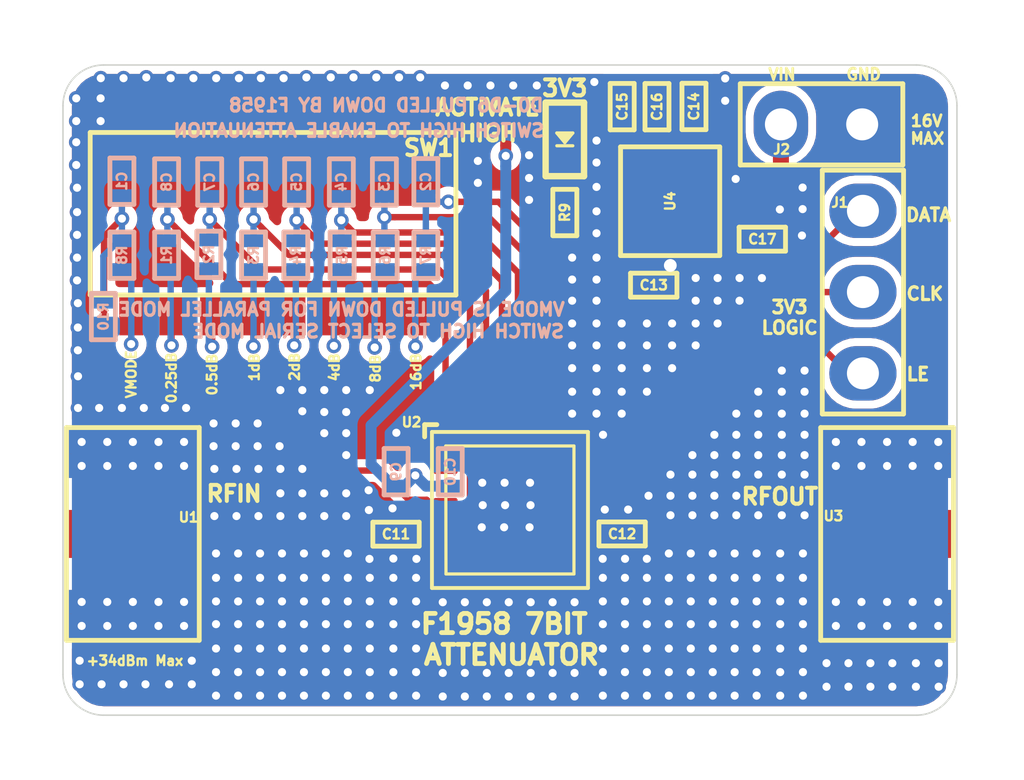
<source format=kicad_pcb>
(kicad_pcb (version 20171130) (host pcbnew "(5.1.6-0-10_14)")
  (layers (0 F.Cu signal) (1 In1.Cu signal) (2 In2.Cu signal) (31 B.Cu signal) (34 B.Paste user) (35 F.Paste user) (36 B.SilkS user) (37 F.SilkS user) (38 B.Mask user) (39 F.Mask user) (44 Edge.Cuts user))
  (net 0 "")
  (net 1 GND)
  (net 2 VMODE)
  (net 3 D6)
  (net 4 D5)
  (net 5 D4)
  (net 6 D3)
  (net 7 D2)
  (net 8 D1)
  (net 9 D0)
  (net 10 "Net-(D1-Pad1)")
  (net 11 DATA)
  (net 12 CLK)
  (net 13 LE)
  (net 14 SW_D0)
  (net 15 SW_D1)
  (net 16 SW_D2)
  (net 17 SW_D3)
  (net 18 SW_D4)
  (net 19 SW_D5)
  (net 20 SW_D6)
  (net 21 SW_VMODE)
  (net 22 RF1)
  (net 23 RF2)
  (net 24 "Net-(C11-Pad2)")
  (net 25 "Net-(C12-Pad1)")
  (net 26 +VBattery)
  (net 27 "Net-(C14-Pad1)")
  (net 28 +3V3)
  (module Footprints:DIP_SWITCH_x8_A6H_8101 (layer F.Cu) (at 143.6624 94.0562)
    (fp_text reference SW1 (at 4.8641 -2.0574 180) (layer F.SilkS) (effects (font (size 0.5 0.5) (thickness 0.125))))
    (fp_text value SW_DIP_x08)
    (pad 16 smd rect (at -4.4323 -3.175) (size 0.75 1.25) (layers F.Cu F.Paste F.Mask) (net 28 +3V3))
    (pad 1 smd rect (at -4.4323 3.175) (size 0.75 1.25) (layers F.Cu F.Paste F.Mask) (net 21 SW_VMODE))
    (pad 15 smd rect (at -3.175 -3.175) (size 0.75 1.25) (layers F.Cu F.Paste F.Mask) (net 28 +3V3))
    (pad 14 smd rect (at -1.905 -3.175) (size 0.75 1.25) (layers F.Cu F.Paste F.Mask) (net 28 +3V3))
    (pad 13 smd rect (at -0.635 -3.175) (size 0.75 1.25) (layers F.Cu F.Paste F.Mask) (net 28 +3V3))
    (pad 12 smd rect (at 0.635 -3.175) (size 0.75 1.25) (layers F.Cu F.Paste F.Mask) (net 28 +3V3))
    (pad 11 smd rect (at 1.905 -3.175) (size 0.75 1.25) (layers F.Cu F.Paste F.Mask) (net 28 +3V3))
    (pad 10 smd rect (at 3.175 -3.175) (size 0.75 1.25) (layers F.Cu F.Paste F.Mask) (net 28 +3V3))
    (pad 9 smd rect (at 4.445 -3.175) (size 0.75 1.25) (layers F.Cu F.Paste F.Mask) (net 28 +3V3))
    (pad 2 smd rect (at -3.175 3.175) (size 0.75 1.25) (layers F.Cu F.Paste F.Mask) (net 14 SW_D0))
    (pad 3 smd rect (at -1.905 3.175) (size 0.75 1.25) (layers F.Cu F.Paste F.Mask) (net 15 SW_D1))
    (pad 4 smd rect (at -0.635 3.175) (size 0.75 1.25) (layers F.Cu F.Paste F.Mask) (net 16 SW_D2))
    (pad 5 smd rect (at 0.635 3.175) (size 0.75 1.25) (layers F.Cu F.Paste F.Mask) (net 17 SW_D3))
    (pad 6 smd rect (at 1.905 3.175) (size 0.75 1.25) (layers F.Cu F.Paste F.Mask) (net 18 SW_D4))
    (pad 7 smd rect (at 3.175 3.175) (size 0.75 1.25) (layers F.Cu F.Paste F.Mask) (net 19 SW_D5))
    (pad 8 smd rect (at 4.445 3.175) (size 0.75 1.25) (layers F.Cu F.Paste F.Mask) (net 20 SW_D6))
  )
  (module Footprints:QFN24_4x4mm_P0.5mm_1EXP_2.7x2.7mm (layer F.Cu) (at 151.0665 103.3145)
    (fp_text reference U2 (at -3.07594 -2.7432) (layer F.SilkS) (effects (font (size 0.3 0.3) (thickness 0.075))))
    (fp_text value F1958)
    (pad 25 smd roundrect (at 0 0) (size 2.7 2.7) (layers F.Cu F.Mask) (roundrect_rratio 0.09259299999999999) (net 1 GND))
    (pad 1 smd roundrect (at -2.0133 -1.25) (size 0.75 0.25) (layers F.Cu F.Paste F.Mask) (net 9 D0))
    (pad 2 smd roundrect (at -2.0133 -0.75) (size 0.75 0.25) (layers F.Cu F.Paste F.Mask) (net 28 +3V3))
    (pad 3 smd roundrect (at -2.0133 -0.25) (size 0.75 0.25) (layers F.Cu F.Paste F.Mask) (net 2 VMODE))
    (pad 4 smd roundrect (at -2.0133 0.25) (size 0.75 0.25) (layers F.Cu F.Paste F.Mask) (net 1 GND))
    (pad 5 smd roundrect (at -2.0133 0.75) (size 0.75 0.25) (layers F.Cu F.Paste F.Mask) (net 22 RF1))
    (pad 6 smd roundrect (at -2.0133 1.25) (size 0.75 0.25) (layers F.Cu F.Paste F.Mask) (net 1 GND))
    (pad 7 smd roundrect (at -1.25 2.0133) (size 0.25 0.75) (layers F.Cu F.Paste F.Mask) (net 1 GND))
    (pad 8 smd roundrect (at -0.75 2.0133) (size 0.25 0.75) (layers F.Cu F.Paste F.Mask) (net 1 GND))
    (pad 9 smd roundrect (at -0.25 2.0133) (size 0.25 0.75) (layers F.Cu F.Paste F.Mask) (net 1 GND))
    (pad 10 smd roundrect (at 0.25 2.0133) (size 0.25 0.75) (layers F.Cu F.Paste F.Mask) (net 1 GND))
    (pad 11 smd roundrect (at 0.75 2.0133) (size 0.25 0.75) (layers F.Cu F.Paste F.Mask) (net 1 GND))
    (pad 12 smd roundrect (at 1.25 2.0133) (size 0.25 0.75) (layers F.Cu F.Paste F.Mask) (net 1 GND))
    (pad 13 smd roundrect (at 2.0133 1.25) (size 0.75 0.25) (layers F.Cu F.Paste F.Mask) (net 1 GND))
    (pad 14 smd roundrect (at 2.0133 0.75) (size 0.75 0.25) (layers F.Cu F.Paste F.Mask) (net 23 RF2))
    (pad 15 smd roundrect (at 2.0133 0.25) (size 0.75 0.25) (layers F.Cu F.Paste F.Mask) (net 1 GND))
    (pad 16 smd roundrect (at 2.0133 -0.25) (size 0.75 0.25) (layers F.Cu F.Paste F.Mask) (net 13 LE))
    (pad 17 smd roundrect (at 2.0133 -0.75) (size 0.75 0.25) (layers F.Cu F.Paste F.Mask) (net 12 CLK))
    (pad 18 smd roundrect (at 2.0133 -1.25) (size 0.75 0.25) (layers F.Cu F.Paste F.Mask) (net 11 DATA))
    (pad 19 smd roundrect (at 1.25 -2.0133) (size 0.25 0.75) (layers F.Cu F.Paste F.Mask) (net 3 D6))
    (pad 20 smd roundrect (at 0.75 -2.0133) (size 0.25 0.75) (layers F.Cu F.Paste F.Mask) (net 4 D5))
    (pad 21 smd roundrect (at 0.25 -2.0133) (size 0.25 0.75) (layers F.Cu F.Paste F.Mask) (net 5 D4))
    (pad 22 smd roundrect (at -0.25 -2.0133) (size 0.25 0.75) (layers F.Cu F.Paste F.Mask) (net 6 D3))
    (pad 23 smd roundrect (at -0.75 -2.0133) (size 0.25 0.75) (layers F.Cu F.Paste F.Mask) (net 7 D2))
    (pad 24 smd roundrect (at -1.25 -2.0133) (size 0.25 0.75) (layers F.Cu F.Paste F.Mask) (net 8 D1))
  )
  (module Footprints:SMD_0402 (layer B.Cu) (at 138.938 93.0402 270)
    (fp_text reference C1 (at 0 0 90) (layer B.SilkS) (effects (font (size 0.3 0.3) (thickness 0.075)) (justify mirror)))
    (fp_text value 100nF)
    (pad 1 smd rect (at -0.45 0 270) (size 0.4 0.6) (layers B.Cu B.Paste B.Mask) (net 1 GND))
    (pad 2 smd rect (at 0.45 0 270) (size 0.4 0.6) (layers B.Cu B.Paste B.Mask) (net 2 VMODE))
  )
  (module Footprints:SMD_0402 (layer B.Cu) (at 148.4376 93.05544 270)
    (fp_text reference C2 (at 0 0 270) (layer B.SilkS) (effects (font (size 0.3 0.3) (thickness 0.075)) (justify mirror)))
    (fp_text value 100nF)
    (pad 2 smd rect (at 0.45 0 270) (size 0.4 0.6) (layers B.Cu B.Paste B.Mask) (net 3 D6))
    (pad 1 smd rect (at -0.45 0 270) (size 0.4 0.6) (layers B.Cu B.Paste B.Mask) (net 1 GND))
  )
  (module Footprints:SMD_0402 (layer B.Cu) (at 147.1422 93.0656 270)
    (fp_text reference C3 (at 0 0 270) (layer B.SilkS) (effects (font (size 0.3 0.3) (thickness 0.075)) (justify mirror)))
    (fp_text value 100nF)
    (pad 1 smd rect (at -0.45 0 270) (size 0.4 0.6) (layers B.Cu B.Paste B.Mask) (net 1 GND))
    (pad 2 smd rect (at 0.45 0 270) (size 0.4 0.6) (layers B.Cu B.Paste B.Mask) (net 4 D5))
  )
  (module Footprints:SMD_0402 (layer B.Cu) (at 145.796 93.0656 270)
    (fp_text reference C4 (at 0 0 270) (layer B.SilkS) (effects (font (size 0.3 0.3) (thickness 0.075)) (justify mirror)))
    (fp_text value 100nF)
    (pad 2 smd rect (at 0.45 0 270) (size 0.4 0.6) (layers B.Cu B.Paste B.Mask) (net 5 D4))
    (pad 1 smd rect (at -0.45 0 270) (size 0.4 0.6) (layers B.Cu B.Paste B.Mask) (net 1 GND))
  )
  (module Footprints:SMD_0402 (layer B.Cu) (at 144.399 93.0656 270)
    (fp_text reference C5 (at 0 0 270) (layer B.SilkS) (effects (font (size 0.3 0.3) (thickness 0.075)) (justify mirror)))
    (fp_text value 100nF)
    (pad 1 smd rect (at -0.45 0 270) (size 0.4 0.6) (layers B.Cu B.Paste B.Mask) (net 1 GND))
    (pad 2 smd rect (at 0.45 0 270) (size 0.4 0.6) (layers B.Cu B.Paste B.Mask) (net 6 D3))
  )
  (module Footprints:SMD_0402 (layer B.Cu) (at 143.0528 93.0656 270)
    (fp_text reference C6 (at 0 0 270) (layer B.SilkS) (effects (font (size 0.3 0.3) (thickness 0.075)) (justify mirror)))
    (fp_text value 100nF)
    (pad 2 smd rect (at 0.45 0 270) (size 0.4 0.6) (layers B.Cu B.Paste B.Mask) (net 7 D2))
    (pad 1 smd rect (at -0.45 0 270) (size 0.4 0.6) (layers B.Cu B.Paste B.Mask) (net 1 GND))
  )
  (module Footprints:SMD_0402 (layer B.Cu) (at 141.6812 93.0656 270)
    (fp_text reference C7 (at 0 0 270) (layer B.SilkS) (effects (font (size 0.3 0.3) (thickness 0.075)) (justify mirror)))
    (fp_text value 100nF)
    (pad 1 smd rect (at -0.45 0 270) (size 0.4 0.6) (layers B.Cu B.Paste B.Mask) (net 1 GND))
    (pad 2 smd rect (at 0.45 0 270) (size 0.4 0.6) (layers B.Cu B.Paste B.Mask) (net 8 D1))
  )
  (module Footprints:SMD_0402 (layer B.Cu) (at 140.335 93.0656 270)
    (fp_text reference C8 (at 0 0 270) (layer B.SilkS) (effects (font (size 0.3 0.3) (thickness 0.075)) (justify mirror)))
    (fp_text value 100nF)
    (pad 2 smd rect (at 0.45 0 270) (size 0.4 0.6) (layers B.Cu B.Paste B.Mask) (net 9 D0))
    (pad 1 smd rect (at -0.45 0 270) (size 0.4 0.6) (layers B.Cu B.Paste B.Mask) (net 1 GND))
  )
  (module Footprints:SMD_0402 (layer B.Cu) (at 147.50796 102.11816 270)
    (fp_text reference C9 (at 0 0 270) (layer B.SilkS) (effects (font (size 0.3 0.3) (thickness 0.075)) (justify mirror)))
    (fp_text value 100nF)
    (pad 2 smd rect (at 0.45 0 270) (size 0.4 0.6) (layers B.Cu B.Paste B.Mask) (net 28 +3V3))
    (pad 1 smd rect (at -0.45 0 270) (size 0.4 0.6) (layers B.Cu B.Paste B.Mask) (net 1 GND))
  )
  (module Footprints:SMD_0402 (layer B.Cu) (at 149.1996 102.1207 270)
    (fp_text reference C10 (at 0 0 270) (layer B.SilkS) (effects (font (size 0.3 0.3) (thickness 0.075)) (justify mirror)))
    (fp_text value 1uF)
    (pad 1 smd rect (at -0.45 0 270) (size 0.4 0.6) (layers B.Cu B.Paste B.Mask) (net 1 GND))
    (pad 2 smd rect (at 0.45 0 270) (size 0.4 0.6) (layers B.Cu B.Paste B.Mask) (net 28 +3V3))
  )
  (module Footprints:Diode_0603 (layer F.Cu) (at 152.781 91.7321 90)
    (fp_text reference 3V3 (at 1.6002 0) (layer F.SilkS) (effects (font (size 0.5 0.5) (thickness 0.125))))
    (fp_text value PWR)
    (pad 1 smd rect (at -0.725 0 90) (size 0.65 1) (layers F.Cu F.Paste F.Mask) (net 10 "Net-(D1-Pad1)"))
    (pad 2 smd rect (at 0.725 0 90) (size 0.65 1) (layers F.Cu F.Paste F.Mask) (net 28 +3V3))
  )
  (module Footprints:PinHeader_1x3_P2.54mm (layer F.Cu) (at 162.09772 96.51492)
    (fp_text reference J1 (at -0.72136 -2.80924) (layer F.SilkS) (effects (font (size 0.3 0.3) (thickness 0.075))))
    (fp_text value Connector_01x03)
    (pad 1 thru_hole oval (at 0 -2.55) (size 2.1 1.7) (drill 1) (layers *.Cu *.Mask) (net 11 DATA))
    (pad 2 thru_hole oval (at 0 -0.01) (size 2.1 1.7) (drill 1) (layers *.Cu *.Mask) (net 12 CLK))
    (pad 3 thru_hole oval (at 0 2.53) (size 2.1 1.7) (drill 1) (layers *.Cu *.Mask) (net 13 LE))
  )
  (module Footprints:PinHeader_1x2_P2.54mm (layer F.Cu) (at 160.78454 91.2622 90)
    (fp_text reference J2 (at -0.78232 -1.22936 180) (layer F.SilkS) (effects (font (size 0.3 0.3) (thickness 0.075))))
    (fp_text value Connector_01x02)
    (pad 1 thru_hole oval (at 0 -1.25 90) (size 2.1 1.7) (drill 1) (layers *.Cu *.Mask) (net 26 +VBattery))
    (pad 2 thru_hole oval (at 0 1.29 90) (size 2.1 1.7) (drill 1) (layers *.Cu *.Mask) (net 1 GND))
  )
  (module Footprints:SMD_0402 (layer B.Cu) (at 140.335 95.3516 90)
    (fp_text reference R1 (at 0 0 270) (layer B.SilkS) (effects (font (size 0.3 0.3) (thickness 0.075)) (justify mirror)))
    (fp_text value 100)
    (pad 1 smd rect (at -0.45 0 90) (size 0.4 0.6) (layers B.Cu B.Paste B.Mask) (net 14 SW_D0))
    (pad 2 smd rect (at 0.45 0 90) (size 0.4 0.6) (layers B.Cu B.Paste B.Mask) (net 9 D0))
  )
  (module Footprints:SMD_0402 (layer B.Cu) (at 141.6558 95.3262 90)
    (fp_text reference R2 (at 0 0 270) (layer B.SilkS) (effects (font (size 0.3 0.3) (thickness 0.075)) (justify mirror)))
    (fp_text value 100)
    (pad 1 smd rect (at -0.45 0 90) (size 0.4 0.6) (layers B.Cu B.Paste B.Mask) (net 15 SW_D1))
    (pad 2 smd rect (at 0.45 0 90) (size 0.4 0.6) (layers B.Cu B.Paste B.Mask) (net 8 D1))
  )
  (module Footprints:SMD_0402 (layer B.Cu) (at 143.0528 95.3516 90)
    (fp_text reference R3 (at 0 0 270) (layer B.SilkS) (effects (font (size 0.3 0.3) (thickness 0.075)) (justify mirror)))
    (fp_text value 100)
    (pad 2 smd rect (at 0.45 0 90) (size 0.4 0.6) (layers B.Cu B.Paste B.Mask) (net 7 D2))
    (pad 1 smd rect (at -0.45 0 90) (size 0.4 0.6) (layers B.Cu B.Paste B.Mask) (net 16 SW_D2))
  )
  (module Footprints:SMD_0402 (layer B.Cu) (at 144.3736 95.3516 90)
    (fp_text reference R4 (at 0 0 270) (layer B.SilkS) (effects (font (size 0.3 0.3) (thickness 0.075)) (justify mirror)))
    (fp_text value 100)
    (pad 1 smd rect (at -0.45 0 90) (size 0.4 0.6) (layers B.Cu B.Paste B.Mask) (net 17 SW_D3))
    (pad 2 smd rect (at 0.45 0 90) (size 0.4 0.6) (layers B.Cu B.Paste B.Mask) (net 6 D3))
  )
  (module Footprints:SMD_0402 (layer B.Cu) (at 145.8214 95.3516 90)
    (fp_text reference R5 (at 0 0 270) (layer B.SilkS) (effects (font (size 0.3 0.3) (thickness 0.075)) (justify mirror)))
    (fp_text value 100)
    (pad 2 smd rect (at 0.45 0 90) (size 0.4 0.6) (layers B.Cu B.Paste B.Mask) (net 5 D4))
    (pad 1 smd rect (at -0.45 0 90) (size 0.4 0.6) (layers B.Cu B.Paste B.Mask) (net 18 SW_D4))
  )
  (module Footprints:SMD_0402 (layer B.Cu) (at 147.1676 95.3516 90)
    (fp_text reference R6 (at 0 0 270) (layer B.SilkS) (effects (font (size 0.3 0.3) (thickness 0.075)) (justify mirror)))
    (fp_text value 100)
    (pad 1 smd rect (at -0.45 0 90) (size 0.4 0.6) (layers B.Cu B.Paste B.Mask) (net 19 SW_D5))
    (pad 2 smd rect (at 0.45 0 90) (size 0.4 0.6) (layers B.Cu B.Paste B.Mask) (net 4 D5))
  )
  (module Footprints:SMD_0402 (layer B.Cu) (at 148.4376 95.3516 90)
    (fp_text reference R7 (at 0 0 270) (layer B.SilkS) (effects (font (size 0.3 0.3) (thickness 0.075)) (justify mirror)))
    (fp_text value 100)
    (pad 2 smd rect (at 0.45 0 90) (size 0.4 0.6) (layers B.Cu B.Paste B.Mask) (net 3 D6))
    (pad 1 smd rect (at -0.45 0 90) (size 0.4 0.6) (layers B.Cu B.Paste B.Mask) (net 20 SW_D6))
  )
  (module Footprints:SMD_0402 (layer B.Cu) (at 138.938 95.3516 90)
    (fp_text reference R8 (at 0 0 90) (layer B.SilkS) (effects (font (size 0.3 0.3) (thickness 0.075)) (justify mirror)))
    (fp_text value 100)
    (pad 2 smd rect (at 0.45 0 90) (size 0.4 0.6) (layers B.Cu B.Paste B.Mask) (net 2 VMODE))
    (pad 1 smd rect (at -0.45 0 90) (size 0.4 0.6) (layers B.Cu B.Paste B.Mask) (net 21 SW_VMODE))
  )
  (module Footprints:SMD_0402 (layer F.Cu) (at 152.781 94.0181 90)
    (fp_text reference R9 (at 0 0 90) (layer F.SilkS) (effects (font (size 0.3 0.3) (thickness 0.075))))
    (fp_text value 1K)
    (pad 1 smd rect (at -0.45 0 90) (size 0.4 0.6) (layers F.Cu F.Paste F.Mask) (net 1 GND))
    (pad 2 smd rect (at 0.45 0 90) (size 0.4 0.6) (layers F.Cu F.Paste F.Mask) (net 10 "Net-(D1-Pad1)"))
  )
  (module Footprints:SMA_Connector (layer F.Cu) (at 139.2555 104.0638 270)
    (fp_text reference U1 (at -0.5207 -1.7653) (layer F.SilkS) (effects (font (size 0.3 0.3) (thickness 0.075))))
    (fp_text value SMA_Connector)
    (pad 1 smd rect (at 0 -0.025 270) (size 1.5 4) (layers F.Cu F.Paste F.Mask) (net 24 "Net-(C11-Pad2)"))
    (pad 3 smd rect (at -2.875 -1.625 270) (size 0.75 0.8) (layers F.Cu F.Paste F.Mask) (net 1 GND))
    (pad 3 smd rect (at -2.125 -1.625 270) (size 0.75 0.8) (layers F.Cu F.Paste F.Mask) (net 1 GND))
    (pad 3 smd rect (at -2.125 -0.825 270) (size 0.75 0.8) (layers F.Cu F.Paste F.Mask) (net 1 GND))
    (pad 3 smd rect (at -2.875 -0.825 270) (size 0.75 0.8) (layers F.Cu F.Paste F.Mask) (net 1 GND))
    (pad 3 smd rect (at -2.125 -0.025 270) (size 0.75 0.8) (layers F.Cu F.Paste F.Mask) (net 1 GND))
    (pad 3 smd rect (at -2.875 -0.025 270) (size 0.75 0.8) (layers F.Cu F.Paste F.Mask) (net 1 GND))
    (pad 3 smd rect (at -2.125 0.775 270) (size 0.75 0.8) (layers F.Cu F.Paste F.Mask) (net 1 GND))
    (pad 3 smd rect (at -2.875 0.775 270) (size 0.75 0.8) (layers F.Cu F.Paste F.Mask) (net 1 GND))
    (pad 3 smd rect (at -2.125 1.575 270) (size 0.75 0.8) (layers F.Cu F.Paste F.Mask) (net 1 GND))
    (pad 3 smd rect (at -2.875 1.575 270) (size 0.75 0.8) (layers F.Cu F.Paste F.Mask) (net 1 GND))
    (pad 4 smd rect (at -2.125 -1.625 270) (size 0.75 0.8) (layers B.Cu B.Paste B.Mask) (net 1 GND))
    (pad 4 smd rect (at -2.875 -1.625 270) (size 0.75 0.8) (layers B.Cu B.Paste B.Mask) (net 1 GND))
    (pad 4 smd rect (at -2.875 -0.825 270) (size 0.75 0.8) (layers B.Cu B.Paste B.Mask) (net 1 GND))
    (pad 4 smd rect (at -2.125 -0.825 270) (size 0.75 0.8) (layers B.Cu B.Paste B.Mask) (net 1 GND))
    (pad 4 smd rect (at -2.875 0.775 270) (size 0.75 0.8) (layers B.Cu B.Paste B.Mask) (net 1 GND))
    (pad 4 smd rect (at -2.125 0.775 270) (size 0.75 0.8) (layers B.Cu B.Paste B.Mask) (net 1 GND))
    (pad 4 smd rect (at -2.875 -0.025 270) (size 0.75 0.8) (layers B.Cu B.Paste B.Mask) (net 1 GND))
    (pad 4 smd rect (at -2.125 -0.025 270) (size 0.75 0.8) (layers B.Cu B.Paste B.Mask) (net 1 GND))
    (pad 4 smd rect (at -2.125 1.575 270) (size 0.75 0.8) (layers B.Cu B.Paste B.Mask) (net 1 GND))
    (pad 4 smd rect (at -2.875 1.575 270) (size 0.75 0.8) (layers B.Cu B.Paste B.Mask) (net 1 GND))
    (pad 5 smd rect (at 2.125 -1.625 270) (size 0.75 0.8) (layers F.Cu F.Paste F.Mask) (net 1 GND))
    (pad 5 smd rect (at 2.875 -1.625 270) (size 0.75 0.8) (layers F.Cu F.Paste F.Mask) (net 1 GND))
    (pad 5 smd rect (at 2.125 -0.825 270) (size 0.75 0.8) (layers F.Cu F.Paste F.Mask) (net 1 GND))
    (pad 5 smd rect (at 2.875 -0.825 270) (size 0.75 0.8) (layers F.Cu F.Paste F.Mask) (net 1 GND))
    (pad 5 smd rect (at 2.125 -0.025 270) (size 0.75 0.8) (layers F.Cu F.Paste F.Mask) (net 1 GND))
    (pad 5 smd rect (at 2.875 -0.025 270) (size 0.75 0.8) (layers F.Cu F.Paste F.Mask) (net 1 GND))
    (pad 5 smd rect (at 2.125 0.775 270) (size 0.75 0.8) (layers F.Cu F.Paste F.Mask) (net 1 GND))
    (pad 5 smd rect (at 2.875 0.775 270) (size 0.75 0.8) (layers F.Cu F.Paste F.Mask) (net 1 GND))
    (pad 5 smd rect (at 2.125 1.575 270) (size 0.75 0.8) (layers F.Cu F.Paste F.Mask) (net 1 GND))
    (pad 5 smd rect (at 2.875 1.575 270) (size 0.75 0.8) (layers F.Cu F.Paste F.Mask) (net 1 GND))
    (pad 2 smd rect (at 2.125 -0.025 270) (size 0.75 0.8) (layers B.Cu B.Paste B.Mask) (net 1 GND))
    (pad 2 smd rect (at 2.875 0.775 270) (size 0.75 0.8) (layers B.Cu B.Paste B.Mask) (net 1 GND))
    (pad 2 smd rect (at 2.875 1.575 270) (size 0.75 0.8) (layers B.Cu B.Paste B.Mask) (net 1 GND))
    (pad 2 smd rect (at 2.125 0.775 270) (size 0.75 0.8) (layers B.Cu B.Paste B.Mask) (net 1 GND))
    (pad 2 smd rect (at 2.125 1.575 270) (size 0.75 0.8) (layers B.Cu B.Paste B.Mask) (net 1 GND))
    (pad 2 smd rect (at 2.875 -0.025 270) (size 0.75 0.8) (layers B.Cu B.Paste B.Mask) (net 1 GND))
    (pad 2 smd rect (at 2.125 -1.625 270) (size 0.75 0.8) (layers B.Cu B.Paste B.Mask) (net 1 GND))
    (pad 2 smd rect (at 2.875 -1.625 270) (size 0.75 0.8) (layers B.Cu B.Paste B.Mask) (net 1 GND))
    (pad 2 smd rect (at 2.125 -0.825 270) (size 0.75 0.8) (layers B.Cu B.Paste B.Mask) (net 1 GND))
    (pad 2 smd rect (at 2.875 -0.825 270) (size 0.75 0.8) (layers B.Cu B.Paste B.Mask) (net 1 GND))
  )
  (module Footprints:SMA_Connector (layer F.Cu) (at 162.8775 104.0638 90)
    (fp_text reference U3 (at 0.5588 -1.7018) (layer F.SilkS) (effects (font (size 0.3 0.3) (thickness 0.075))))
    (fp_text value SMA_Connector)
    (pad 2 smd rect (at 2.875 -0.825 90) (size 0.75 0.8) (layers B.Cu B.Paste B.Mask) (net 1 GND))
    (pad 2 smd rect (at 2.125 -0.825 90) (size 0.75 0.8) (layers B.Cu B.Paste B.Mask) (net 1 GND))
    (pad 2 smd rect (at 2.875 -1.625 90) (size 0.75 0.8) (layers B.Cu B.Paste B.Mask) (net 1 GND))
    (pad 2 smd rect (at 2.125 -1.625 90) (size 0.75 0.8) (layers B.Cu B.Paste B.Mask) (net 1 GND))
    (pad 2 smd rect (at 2.875 -0.025 90) (size 0.75 0.8) (layers B.Cu B.Paste B.Mask) (net 1 GND))
    (pad 2 smd rect (at 2.125 1.575 90) (size 0.75 0.8) (layers B.Cu B.Paste B.Mask) (net 1 GND))
    (pad 2 smd rect (at 2.125 0.775 90) (size 0.75 0.8) (layers B.Cu B.Paste B.Mask) (net 1 GND))
    (pad 2 smd rect (at 2.875 1.575 90) (size 0.75 0.8) (layers B.Cu B.Paste B.Mask) (net 1 GND))
    (pad 2 smd rect (at 2.875 0.775 90) (size 0.75 0.8) (layers B.Cu B.Paste B.Mask) (net 1 GND))
    (pad 2 smd rect (at 2.125 -0.025 90) (size 0.75 0.8) (layers B.Cu B.Paste B.Mask) (net 1 GND))
    (pad 5 smd rect (at 2.875 1.575 90) (size 0.75 0.8) (layers F.Cu F.Paste F.Mask) (net 1 GND))
    (pad 5 smd rect (at 2.125 1.575 90) (size 0.75 0.8) (layers F.Cu F.Paste F.Mask) (net 1 GND))
    (pad 5 smd rect (at 2.875 0.775 90) (size 0.75 0.8) (layers F.Cu F.Paste F.Mask) (net 1 GND))
    (pad 5 smd rect (at 2.125 0.775 90) (size 0.75 0.8) (layers F.Cu F.Paste F.Mask) (net 1 GND))
    (pad 5 smd rect (at 2.875 -0.025 90) (size 0.75 0.8) (layers F.Cu F.Paste F.Mask) (net 1 GND))
    (pad 5 smd rect (at 2.125 -0.025 90) (size 0.75 0.8) (layers F.Cu F.Paste F.Mask) (net 1 GND))
    (pad 5 smd rect (at 2.875 -0.825 90) (size 0.75 0.8) (layers F.Cu F.Paste F.Mask) (net 1 GND))
    (pad 5 smd rect (at 2.125 -0.825 90) (size 0.75 0.8) (layers F.Cu F.Paste F.Mask) (net 1 GND))
    (pad 5 smd rect (at 2.875 -1.625 90) (size 0.75 0.8) (layers F.Cu F.Paste F.Mask) (net 1 GND))
    (pad 5 smd rect (at 2.125 -1.625 90) (size 0.75 0.8) (layers F.Cu F.Paste F.Mask) (net 1 GND))
    (pad 4 smd rect (at -2.875 1.575 90) (size 0.75 0.8) (layers B.Cu B.Paste B.Mask) (net 1 GND))
    (pad 4 smd rect (at -2.125 1.575 90) (size 0.75 0.8) (layers B.Cu B.Paste B.Mask) (net 1 GND))
    (pad 4 smd rect (at -2.125 -0.025 90) (size 0.75 0.8) (layers B.Cu B.Paste B.Mask) (net 1 GND))
    (pad 4 smd rect (at -2.875 -0.025 90) (size 0.75 0.8) (layers B.Cu B.Paste B.Mask) (net 1 GND))
    (pad 4 smd rect (at -2.125 0.775 90) (size 0.75 0.8) (layers B.Cu B.Paste B.Mask) (net 1 GND))
    (pad 4 smd rect (at -2.875 0.775 90) (size 0.75 0.8) (layers B.Cu B.Paste B.Mask) (net 1 GND))
    (pad 4 smd rect (at -2.125 -0.825 90) (size 0.75 0.8) (layers B.Cu B.Paste B.Mask) (net 1 GND))
    (pad 4 smd rect (at -2.875 -0.825 90) (size 0.75 0.8) (layers B.Cu B.Paste B.Mask) (net 1 GND))
    (pad 4 smd rect (at -2.875 -1.625 90) (size 0.75 0.8) (layers B.Cu B.Paste B.Mask) (net 1 GND))
    (pad 4 smd rect (at -2.125 -1.625 90) (size 0.75 0.8) (layers B.Cu B.Paste B.Mask) (net 1 GND))
    (pad 3 smd rect (at -2.875 1.575 90) (size 0.75 0.8) (layers F.Cu F.Paste F.Mask) (net 1 GND))
    (pad 3 smd rect (at -2.125 1.575 90) (size 0.75 0.8) (layers F.Cu F.Paste F.Mask) (net 1 GND))
    (pad 3 smd rect (at -2.875 0.775 90) (size 0.75 0.8) (layers F.Cu F.Paste F.Mask) (net 1 GND))
    (pad 3 smd rect (at -2.125 0.775 90) (size 0.75 0.8) (layers F.Cu F.Paste F.Mask) (net 1 GND))
    (pad 3 smd rect (at -2.875 -0.025 90) (size 0.75 0.8) (layers F.Cu F.Paste F.Mask) (net 1 GND))
    (pad 3 smd rect (at -2.125 -0.025 90) (size 0.75 0.8) (layers F.Cu F.Paste F.Mask) (net 1 GND))
    (pad 3 smd rect (at -2.875 -0.825 90) (size 0.75 0.8) (layers F.Cu F.Paste F.Mask) (net 1 GND))
    (pad 3 smd rect (at -2.125 -0.825 90) (size 0.75 0.8) (layers F.Cu F.Paste F.Mask) (net 1 GND))
    (pad 3 smd rect (at -2.125 -1.625 90) (size 0.75 0.8) (layers F.Cu F.Paste F.Mask) (net 1 GND))
    (pad 3 smd rect (at -2.875 -1.625 90) (size 0.75 0.8) (layers F.Cu F.Paste F.Mask) (net 1 GND))
    (pad 1 smd rect (at 0 -0.025 90) (size 1.5 4) (layers F.Cu F.Paste F.Mask) (net 25 "Net-(C12-Pad1)"))
  )
  (module Footprints:SMD_0402 (layer B.Cu) (at 138.35888 97.2693 270)
    (fp_text reference R10 (at 0 0 90) (layer B.SilkS) (effects (font (size 0.3 0.3) (thickness 0.075)) (justify mirror)))
    (fp_text value 100K)
    (pad 1 smd rect (at -0.45 0 270) (size 0.4 0.6) (layers B.Cu B.Paste B.Mask) (net 2 VMODE))
    (pad 2 smd rect (at 0.45 0 270) (size 0.4 0.6) (layers B.Cu B.Paste B.Mask) (net 1 GND))
  )
  (module Footprints:SMD_0402 (layer F.Cu) (at 147.50542 104.07142 180)
    (fp_text reference C11 (at 0 0) (layer F.SilkS) (effects (font (size 0.3 0.3) (thickness 0.075))))
    (fp_text value 1000pF)
    (pad 1 smd rect (at -0.45 0 180) (size 0.4 0.6) (layers F.Cu F.Paste F.Mask) (net 22 RF1))
    (pad 2 smd rect (at 0.45 0 180) (size 0.4 0.6) (layers F.Cu F.Paste F.Mask) (net 24 "Net-(C11-Pad2)"))
  )
  (module Footprints:SMD_0402 (layer F.Cu) (at 154.5717 104.0638 180)
    (fp_text reference C12 (at 0 0) (layer F.SilkS) (effects (font (size 0.3 0.3) (thickness 0.075))))
    (fp_text value 1000pF)
    (pad 2 smd rect (at 0.45 0 180) (size 0.4 0.6) (layers F.Cu F.Paste F.Mask) (net 23 RF2))
    (pad 1 smd rect (at -0.45 0 180) (size 0.4 0.6) (layers F.Cu F.Paste F.Mask) (net 25 "Net-(C12-Pad1)"))
  )
  (module Footprints:SMD_0402 (layer F.Cu) (at 155.55976 96.28886)
    (fp_text reference C13 (at 0 0) (layer F.SilkS) (effects (font (size 0.3 0.3) (thickness 0.075))))
    (fp_text value 10uF)
    (pad 2 smd rect (at 0.45 0) (size 0.4 0.6) (layers F.Cu F.Paste F.Mask) (net 1 GND))
    (pad 1 smd rect (at -0.45 0) (size 0.4 0.6) (layers F.Cu F.Paste F.Mask) (net 26 +VBattery))
  )
  (module Footprints:SMD_0402 (layer F.Cu) (at 156.81706 90.7034 90)
    (fp_text reference C14 (at 0 0 90) (layer F.SilkS) (effects (font (size 0.3 0.3) (thickness 0.075))))
    (fp_text value 470pF)
    (pad 1 smd rect (at -0.45 0 90) (size 0.4 0.6) (layers F.Cu F.Paste F.Mask) (net 27 "Net-(C14-Pad1)"))
    (pad 2 smd rect (at 0.45 0 90) (size 0.4 0.6) (layers F.Cu F.Paste F.Mask) (net 1 GND))
  )
  (module Footprints:SMD_0402 (layer F.Cu) (at 154.57424 90.70848 90)
    (fp_text reference C15 (at 0 0 90) (layer F.SilkS) (effects (font (size 0.3 0.3) (thickness 0.075))))
    (fp_text value 100nF)
    (pad 2 smd rect (at 0.45 0 90) (size 0.4 0.6) (layers F.Cu F.Paste F.Mask) (net 1 GND))
    (pad 1 smd rect (at -0.45 0 90) (size 0.4 0.6) (layers F.Cu F.Paste F.Mask) (net 28 +3V3))
  )
  (module Footprints:SMD_0402 (layer F.Cu) (at 155.66136 90.71102 90)
    (fp_text reference C16 (at 0 0 90) (layer F.SilkS) (effects (font (size 0.3 0.3) (thickness 0.075))))
    (fp_text value 10uF)
    (pad 1 smd rect (at -0.45 0 90) (size 0.4 0.6) (layers F.Cu F.Paste F.Mask) (net 28 +3V3))
    (pad 2 smd rect (at 0.45 0 90) (size 0.4 0.6) (layers F.Cu F.Paste F.Mask) (net 1 GND))
  )
  (module Footprints:SMD_0402 (layer F.Cu) (at 158.9532 94.85122)
    (fp_text reference C17 (at 0 0) (layer F.SilkS) (effects (font (size 0.3 0.3) (thickness 0.075))))
    (fp_text value 100nF)
    (pad 1 smd rect (at -0.45 0) (size 0.4 0.6) (layers F.Cu F.Paste F.Mask) (net 26 +VBattery))
    (pad 2 smd rect (at 0.45 0) (size 0.4 0.6) (layers F.Cu F.Paste F.Mask) (net 1 GND))
  )
  (module Footprints:SOT23_5 (layer F.Cu) (at 156.07284 93.66504 90)
    (fp_text reference U4 (at 0 0 90) (layer F.SilkS) (effects (font (size 0.3 0.3) (thickness 0.075))))
    (fp_text value MIC5205)
    (pad 1 smd rect (at -1.1 -0.95 90) (size 1.06 0.65) (layers F.Cu F.Paste F.Mask) (net 26 +VBattery))
    (pad 2 smd rect (at -1.1 0 90) (size 1.06 0.65) (layers F.Cu F.Paste F.Mask) (net 1 GND))
    (pad 3 smd rect (at -1.1 0.95 90) (size 1.06 0.65) (layers F.Cu F.Paste F.Mask) (net 26 +VBattery))
    (pad 4 smd rect (at 1.1 0.95 90) (size 1.06 0.65) (layers F.Cu F.Paste F.Mask) (net 27 "Net-(C14-Pad1)"))
    (pad 5 smd rect (at 1.1 -0.95 90) (size 1.06 0.65) (layers F.Cu F.Paste F.Mask) (net 28 +3V3))
  )
  (gr_text "3V3\nLOGIC" (at 159.80664 97.29724) (layer F.SilkS) (effects (font (size 0.4 0.4) (thickness 0.1))))
  (gr_text MAX (at 164.11194 91.7067) (layer F.SilkS) (effects (font (size 0.35 0.35) (thickness 0.0875))))
  (gr_text 16V (at 164.08908 91.15552) (layer F.SilkS) (effects (font (size 0.35 0.35) (thickness 0.0875))))
  (gr_text "VMODE IS PULLED DOWN FOR PARALLEL MODE" (at 145.80108 97.04832) (layer B.SilkS) (effects (font (size 0.4 0.4) (thickness 0.1)) (justify mirror)))
  (gr_text "SWITCH HIGH TO SELECT SERIAL MODE" (at 146.94408 97.73158) (layer B.SilkS) (effects (font (size 0.4 0.4) (thickness 0.1)) (justify mirror)))
  (gr_text "SWITCH HIGH TO ENABLE ATTENUATION" (at 146.34464 91.45778) (layer B.SilkS) (effects (font (size 0.4 0.4) (thickness 0.1)) (justify mirror)))
  (gr_text "D0-D6 PULLED DOWN BY F1958" (at 147.19554 90.66784) (layer B.SilkS) (effects (font (size 0.4 0.4) (thickness 0.1)) (justify mirror)))
  (gr_text ACTIVATE (at 150.368 90.73642) (layer F.SilkS) (effects (font (size 0.5 0.5) (thickness 0.125))))
  (gr_text "+34dBm Max" (at 139.3444 108.0262) (layer F.SilkS) (effects (font (size 0.3 0.3) (thickness 0.075))))
  (gr_text RFOUT (at 159.4993 102.8954) (layer F.SilkS) (effects (font (size 0.5 0.5) (thickness 0.125))))
  (gr_text RFIN (at 142.4432 102.8065) (layer F.SilkS) (effects (font (size 0.5 0.5) (thickness 0.125))))
  (gr_text LE (at 163.8173 99.0727) (layer F.SilkS) (effects (font (size 0.4 0.4) (thickness 0.1))))
  (gr_text CLK (at 164.0332 96.5581) (layer F.SilkS) (effects (font (size 0.4 0.4) (thickness 0.1))))
  (gr_text DATA (at 164.1475 94.0943) (layer F.SilkS) (effects (font (size 0.4 0.4) (thickness 0.1))))
  (gr_text GND (at 162.12312 89.7001) (layer F.SilkS) (effects (font (size 0.35 0.35) (thickness 0.0875))))
  (gr_text VIN (at 159.57042 89.70264) (layer F.SilkS) (effects (font (size 0.35 0.35) (thickness 0.0875))))
  (gr_text HIGH (at 150.37562 91.54414) (layer F.SilkS) (effects (font (size 0.5 0.5) (thickness 0.125))))
  (gr_text 16dB (at 148.1328 98.9965 90) (layer F.SilkS) (effects (font (size 0.3 0.3) (thickness 0.075))))
  (gr_text 8dB (at 146.8628 98.8949 90) (layer F.SilkS) (effects (font (size 0.3 0.3) (thickness 0.075))))
  (gr_text 4dB (at 145.5801 98.8568 90) (layer F.SilkS) (effects (font (size 0.3 0.3) (thickness 0.075))))
  (gr_text 2dB (at 144.3355 98.8441 90) (layer F.SilkS) (effects (font (size 0.3 0.3) (thickness 0.075))))
  (gr_text 1dB (at 143.0782 98.8568 90) (layer F.SilkS) (effects (font (size 0.3 0.3) (thickness 0.075))))
  (gr_text 0.5dB (at 141.7574 99.0854 90) (layer F.SilkS) (effects (font (size 0.3 0.3) (thickness 0.075))))
  (gr_text 0.25dB (at 140.4874 99.187 90) (layer F.SilkS) (effects (font (size 0.3 0.3) (thickness 0.075))))
  (gr_text VMODE (at 139.2301 99.0727 90) (layer F.SilkS) (effects (font (size 0.3 0.3) (thickness 0.075))))
  (gr_text "F1958 7BIT \nATTENUATOR" (at 151.11476 107.36072) (layer F.SilkS) (effects (font (size 0.6 0.6))))
  (gr_line (start 138.3665 89.408) (end 163.7665 89.408) (layer Edge.Cuts) (width 0.05))
  (gr_arc (start 138.3665 90.678) (end 138.3665 89.408) (angle -90) (layer Edge.Cuts) (width 0.05))
  (gr_arc (start 163.7665 90.678) (end 165.0365 90.678) (angle -90) (layer Edge.Cuts) (width 0.05))
  (gr_line (start 137.0965 108.458) (end 137.0965 90.678) (layer Edge.Cuts) (width 0.05))
  (gr_line (start 165.0365 108.458) (end 165.0365 90.678) (layer Edge.Cuts) (width 0.05))
  (gr_arc (start 138.3665 108.458) (end 137.0965 108.458) (angle -90) (layer Edge.Cuts) (width 0.05))
  (gr_arc (start 163.7665 108.458) (end 163.7665 109.728) (angle -90) (layer Edge.Cuts) (width 0.05))
  (gr_line (start 138.3665 109.728) (end 163.7665 109.728) (layer Edge.Cuts) (width 0.05))
  (segment (start 149.9783 103.5645) (end 150.2156 103.3272) (width 0.342) (layer F.Cu) (net 1))
  (segment (start 149.0532 103.5645) (end 149.9783 103.5645) (width 0.342) (layer F.Cu) (net 1))
  (segment (start 149.8419 104.5645) (end 150.2156 104.1908) (width 0.342) (layer F.Cu) (net 1))
  (segment (start 149.0532 104.5645) (end 149.8419 104.5645) (width 0.342) (layer F.Cu) (net 1))
  (segment (start 149.8165 105.3278) (end 150.3165 105.3278) (width 0.342) (layer F.Cu) (net 1))
  (segment (start 150.3165 105.3278) (end 150.8165 105.3278) (width 0.342) (layer F.Cu) (net 1))
  (segment (start 150.8165 105.3278) (end 151.3165 105.3278) (width 0.342) (layer F.Cu) (net 1))
  (segment (start 151.3165 105.3278) (end 151.8165 105.3278) (width 0.342) (layer F.Cu) (net 1))
  (segment (start 152.3165 105.3278) (end 151.8165 105.3278) (width 0.342) (layer F.Cu) (net 1))
  (segment (start 151.8165 104.3171) (end 151.9428 104.1908) (width 0.342) (layer F.Cu) (net 1))
  (segment (start 151.8165 105.3278) (end 151.8165 104.3171) (width 0.342) (layer F.Cu) (net 1))
  (segment (start 151.3165 104.4281) (end 151.0792 104.1908) (width 0.342) (layer F.Cu) (net 1))
  (segment (start 151.3165 105.3278) (end 151.3165 104.4281) (width 0.342) (layer F.Cu) (net 1))
  (segment (start 150.8165 104.4535) (end 151.0792 104.1908) (width 0.342) (layer F.Cu) (net 1))
  (segment (start 150.8165 105.3278) (end 150.8165 104.4535) (width 0.342) (layer F.Cu) (net 1))
  (segment (start 150.3165 104.2917) (end 150.2156 104.1908) (width 0.342) (layer F.Cu) (net 1))
  (segment (start 150.3165 105.3278) (end 150.3165 104.2917) (width 0.342) (layer F.Cu) (net 1))
  (segment (start 152.3165 104.5645) (end 151.9428 104.1908) (width 0.342) (layer F.Cu) (net 1))
  (segment (start 153.0798 104.5645) (end 152.3165 104.5645) (width 0.342) (layer F.Cu) (net 1))
  (segment (start 152.1801 103.5645) (end 151.9428 103.3272) (width 0.342) (layer F.Cu) (net 1))
  (segment (start 153.0798 103.5645) (end 152.1801 103.5645) (width 0.342) (layer F.Cu) (net 1))
  (via (at 137.6805 101.1888) (size 0.4572) (drill 0.254) (layers F.Cu B.Cu) (net 1))
  (via (at 138.4805 101.1888) (size 0.4572) (drill 0.254) (layers F.Cu B.Cu) (net 1))
  (via (at 139.2805 101.1888) (size 0.4572) (drill 0.254) (layers F.Cu B.Cu) (net 1))
  (via (at 140.0805 101.1888) (size 0.4572) (drill 0.254) (layers F.Cu B.Cu) (net 1))
  (via (at 140.8805 101.1888) (size 0.4572) (drill 0.254) (layers F.Cu B.Cu) (net 1))
  (via (at 140.8805 101.9388) (size 0.4572) (drill 0.254) (layers F.Cu B.Cu) (net 1))
  (via (at 140.0805 101.9388) (size 0.4572) (drill 0.254) (layers F.Cu B.Cu) (net 1))
  (via (at 139.2805 101.9388) (size 0.4572) (drill 0.254) (layers F.Cu B.Cu) (net 1))
  (via (at 138.4805 101.9388) (size 0.4572) (drill 0.254) (layers F.Cu B.Cu) (net 1))
  (via (at 137.6805 101.9388) (size 0.4572) (drill 0.254) (layers F.Cu B.Cu) (net 1))
  (via (at 137.6805 106.1888) (size 0.4572) (drill 0.254) (layers F.Cu B.Cu) (net 1))
  (via (at 138.4805 106.1888) (size 0.4572) (drill 0.254) (layers F.Cu B.Cu) (net 1))
  (via (at 139.2805 106.1888) (size 0.4572) (drill 0.254) (layers F.Cu B.Cu) (net 1))
  (via (at 140.0805 106.1888) (size 0.4572) (drill 0.254) (layers F.Cu B.Cu) (net 1))
  (via (at 140.8805 106.1888) (size 0.4572) (drill 0.254) (layers F.Cu B.Cu) (net 1))
  (via (at 140.8805 106.9388) (size 0.4572) (drill 0.254) (layers F.Cu B.Cu) (net 1))
  (via (at 140.0805 106.9388) (size 0.4572) (drill 0.254) (layers F.Cu B.Cu) (net 1))
  (via (at 139.2805 106.9388) (size 0.4572) (drill 0.254) (layers F.Cu B.Cu) (net 1))
  (via (at 138.4805 106.9388) (size 0.4572) (drill 0.254) (layers F.Cu B.Cu) (net 1))
  (via (at 137.6805 106.9388) (size 0.4572) (drill 0.254) (layers F.Cu B.Cu) (net 1))
  (via (at 161.2525 106.1888) (size 0.4572) (drill 0.254) (layers F.Cu B.Cu) (net 1))
  (via (at 162.0525 106.1888) (size 0.4572) (drill 0.254) (layers F.Cu B.Cu) (net 1))
  (via (at 162.8525 106.1888) (size 0.4572) (drill 0.254) (layers F.Cu B.Cu) (net 1))
  (via (at 163.6525 106.1888) (size 0.4572) (drill 0.254) (layers F.Cu B.Cu) (net 1))
  (via (at 164.4525 106.1888) (size 0.4572) (drill 0.254) (layers F.Cu B.Cu) (net 1))
  (via (at 164.4525 106.9388) (size 0.4572) (drill 0.254) (layers F.Cu B.Cu) (net 1))
  (via (at 163.6525 106.9388) (size 0.4572) (drill 0.254) (layers F.Cu B.Cu) (net 1))
  (via (at 162.8525 106.9388) (size 0.4572) (drill 0.254) (layers F.Cu B.Cu) (net 1))
  (via (at 162.0525 106.9388) (size 0.4572) (drill 0.254) (layers F.Cu B.Cu) (net 1))
  (via (at 161.2525 106.9388) (size 0.4572) (drill 0.254) (layers F.Cu B.Cu) (net 1))
  (via (at 161.2525 101.9388) (size 0.4572) (drill 0.254) (layers F.Cu B.Cu) (net 1))
  (via (at 162.0525 101.9388) (size 0.4572) (drill 0.254) (layers F.Cu B.Cu) (net 1))
  (via (at 162.8525 101.9388) (size 0.4572) (drill 0.254) (layers F.Cu B.Cu) (net 1))
  (via (at 163.6525 101.9388) (size 0.4572) (drill 0.254) (layers F.Cu B.Cu) (net 1))
  (via (at 164.4525 101.9388) (size 0.4572) (drill 0.254) (layers F.Cu B.Cu) (net 1))
  (via (at 164.4525 101.1888) (size 0.4572) (drill 0.254) (layers F.Cu B.Cu) (net 1))
  (via (at 163.6525 101.1888) (size 0.4572) (drill 0.254) (layers F.Cu B.Cu) (net 1))
  (via (at 162.8525 101.1888) (size 0.4572) (drill 0.254) (layers F.Cu B.Cu) (net 1))
  (via (at 162.0525 101.1888) (size 0.4572) (drill 0.254) (layers F.Cu B.Cu) (net 1))
  (via (at 161.2525 101.1888) (size 0.4572) (drill 0.254) (layers F.Cu B.Cu) (net 1))
  (via (at 156.7688 103.4796) (size 0.4572) (drill 0.254) (layers F.Cu B.Cu) (net 1))
  (via (at 157.4546 103.4796) (size 0.4572) (drill 0.254) (layers F.Cu B.Cu) (net 1))
  (via (at 156.083 103.4796) (size 0.4572) (drill 0.254) (layers F.Cu B.Cu) (net 1))
  (via (at 158.8262 103.4796) (size 0.4572) (drill 0.254) (layers F.Cu B.Cu) (net 1))
  (via (at 159.5628 103.4796) (size 0.4572) (drill 0.254) (layers F.Cu B.Cu) (net 1))
  (via (at 158.1404 103.4796) (size 0.4572) (drill 0.254) (layers F.Cu B.Cu) (net 1))
  (via (at 160.274 103.4796) (size 0.4572) (drill 0.254) (layers F.Cu B.Cu) (net 1))
  (via (at 156.718 104.6734) (size 0.4572) (drill 0.254) (layers F.Cu B.Cu) (net 1))
  (via (at 158.7754 104.6734) (size 0.4572) (drill 0.254) (layers F.Cu B.Cu) (net 1))
  (via (at 157.4038 104.6734) (size 0.4572) (drill 0.254) (layers F.Cu B.Cu) (net 1))
  (via (at 160.2232 104.6734) (size 0.4572) (drill 0.254) (layers F.Cu B.Cu) (net 1))
  (via (at 156.0322 104.6734) (size 0.4572) (drill 0.254) (layers F.Cu B.Cu) (net 1))
  (via (at 158.0896 104.6734) (size 0.4572) (drill 0.254) (layers F.Cu B.Cu) (net 1))
  (via (at 159.512 104.6734) (size 0.4572) (drill 0.254) (layers F.Cu B.Cu) (net 1))
  (via (at 157.4038 105.4354) (size 0.4572) (drill 0.254) (layers F.Cu B.Cu) (net 1))
  (via (at 160.2232 105.4354) (size 0.4572) (drill 0.254) (layers F.Cu B.Cu) (net 1))
  (via (at 158.7754 105.4354) (size 0.4572) (drill 0.254) (layers F.Cu B.Cu) (net 1))
  (via (at 159.512 105.4354) (size 0.4572) (drill 0.254) (layers F.Cu B.Cu) (net 1))
  (via (at 156.0322 105.4354) (size 0.4572) (drill 0.254) (layers F.Cu B.Cu) (net 1))
  (via (at 158.0896 105.4354) (size 0.4572) (drill 0.254) (layers F.Cu B.Cu) (net 1))
  (via (at 154.6606 105.4354) (size 0.4572) (drill 0.254) (layers F.Cu B.Cu) (net 1))
  (via (at 155.3464 105.4354) (size 0.4572) (drill 0.254) (layers F.Cu B.Cu) (net 1))
  (via (at 156.718 105.4354) (size 0.4572) (drill 0.254) (layers F.Cu B.Cu) (net 1))
  (via (at 153.96972 105.4354) (size 0.4572) (drill 0.254) (layers F.Cu B.Cu) (net 1))
  (via (at 157.4038 106.172) (size 0.4572) (drill 0.254) (layers F.Cu B.Cu) (net 1))
  (via (at 160.2232 106.172) (size 0.4572) (drill 0.254) (layers F.Cu B.Cu) (net 1))
  (via (at 158.7754 106.172) (size 0.4572) (drill 0.254) (layers F.Cu B.Cu) (net 1))
  (via (at 159.512 106.172) (size 0.4572) (drill 0.254) (layers F.Cu B.Cu) (net 1))
  (via (at 156.0322 106.172) (size 0.4572) (drill 0.254) (layers F.Cu B.Cu) (net 1))
  (via (at 158.0896 106.172) (size 0.4572) (drill 0.254) (layers F.Cu B.Cu) (net 1))
  (via (at 154.6606 106.172) (size 0.4572) (drill 0.254) (layers F.Cu B.Cu) (net 1))
  (via (at 155.3464 106.172) (size 0.4572) (drill 0.254) (layers F.Cu B.Cu) (net 1))
  (via (at 156.718 106.172) (size 0.4572) (drill 0.254) (layers F.Cu B.Cu) (net 1))
  (via (at 153.96972 106.172) (size 0.4572) (drill 0.254) (layers F.Cu B.Cu) (net 1))
  (via (at 156.0322 106.8832) (size 0.4572) (drill 0.254) (layers F.Cu B.Cu) (net 1))
  (via (at 158.0896 106.8832) (size 0.4572) (drill 0.254) (layers F.Cu B.Cu) (net 1))
  (via (at 158.7754 106.8832) (size 0.4572) (drill 0.254) (layers F.Cu B.Cu) (net 1))
  (via (at 154.6606 106.8832) (size 0.4572) (drill 0.254) (layers F.Cu B.Cu) (net 1))
  (via (at 157.4038 106.8832) (size 0.4572) (drill 0.254) (layers F.Cu B.Cu) (net 1))
  (via (at 155.3464 106.8832) (size 0.4572) (drill 0.254) (layers F.Cu B.Cu) (net 1))
  (via (at 156.718 106.8832) (size 0.4572) (drill 0.254) (layers F.Cu B.Cu) (net 1))
  (via (at 160.2232 106.8832) (size 0.4572) (drill 0.254) (layers F.Cu B.Cu) (net 1))
  (via (at 159.512 106.8832) (size 0.4572) (drill 0.254) (layers F.Cu B.Cu) (net 1))
  (via (at 153.96972 106.8832) (size 0.4572) (drill 0.254) (layers F.Cu B.Cu) (net 1))
  (via (at 156.0322 107.6452) (size 0.4572) (drill 0.254) (layers F.Cu B.Cu) (net 1))
  (via (at 158.0896 107.6452) (size 0.4572) (drill 0.254) (layers F.Cu B.Cu) (net 1))
  (via (at 158.7754 107.6452) (size 0.4572) (drill 0.254) (layers F.Cu B.Cu) (net 1))
  (via (at 154.6606 107.6452) (size 0.4572) (drill 0.254) (layers F.Cu B.Cu) (net 1))
  (via (at 157.4038 108.3818) (size 0.4572) (drill 0.254) (layers F.Cu B.Cu) (net 1))
  (via (at 157.4038 107.6452) (size 0.4572) (drill 0.254) (layers F.Cu B.Cu) (net 1))
  (via (at 155.3464 107.6452) (size 0.4572) (drill 0.254) (layers F.Cu B.Cu) (net 1))
  (via (at 156.718 107.6452) (size 0.4572) (drill 0.254) (layers F.Cu B.Cu) (net 1))
  (via (at 160.2232 107.6452) (size 0.4572) (drill 0.254) (layers F.Cu B.Cu) (net 1))
  (via (at 157.4038 109.1184) (size 0.4572) (drill 0.254) (layers F.Cu B.Cu) (net 1))
  (via (at 155.3464 109.1184) (size 0.4572) (drill 0.254) (layers F.Cu B.Cu) (net 1))
  (via (at 156.718 109.1184) (size 0.4572) (drill 0.254) (layers F.Cu B.Cu) (net 1))
  (via (at 153.96972 109.1184) (size 0.4572) (drill 0.254) (layers F.Cu B.Cu) (net 1))
  (via (at 160.2232 109.1184) (size 0.4572) (drill 0.254) (layers F.Cu B.Cu) (net 1))
  (via (at 159.512 109.1184) (size 0.4572) (drill 0.254) (layers F.Cu B.Cu) (net 1))
  (via (at 156.0322 108.3818) (size 0.4572) (drill 0.254) (layers F.Cu B.Cu) (net 1))
  (via (at 160.2232 108.3818) (size 0.4572) (drill 0.254) (layers F.Cu B.Cu) (net 1))
  (via (at 159.512 107.6452) (size 0.4572) (drill 0.254) (layers F.Cu B.Cu) (net 1))
  (via (at 159.512 108.3818) (size 0.4572) (drill 0.254) (layers F.Cu B.Cu) (net 1))
  (via (at 153.96972 107.6452) (size 0.4572) (drill 0.254) (layers F.Cu B.Cu) (net 1))
  (via (at 154.6606 108.3818) (size 0.4572) (drill 0.254) (layers F.Cu B.Cu) (net 1))
  (via (at 158.0896 108.3818) (size 0.4572) (drill 0.254) (layers F.Cu B.Cu) (net 1))
  (via (at 158.7754 108.3818) (size 0.4572) (drill 0.254) (layers F.Cu B.Cu) (net 1))
  (via (at 155.3464 108.3818) (size 0.4572) (drill 0.254) (layers F.Cu B.Cu) (net 1))
  (via (at 156.718 108.3818) (size 0.4572) (drill 0.254) (layers F.Cu B.Cu) (net 1))
  (via (at 153.96972 108.3818) (size 0.4572) (drill 0.254) (layers F.Cu B.Cu) (net 1))
  (via (at 156.0322 109.1184) (size 0.4572) (drill 0.254) (layers F.Cu B.Cu) (net 1))
  (via (at 158.0896 109.1184) (size 0.4572) (drill 0.254) (layers F.Cu B.Cu) (net 1))
  (via (at 158.7754 109.1184) (size 0.4572) (drill 0.254) (layers F.Cu B.Cu) (net 1))
  (via (at 154.6606 109.1184) (size 0.4572) (drill 0.254) (layers F.Cu B.Cu) (net 1))
  (via (at 161.6456 108.1024) (size 0.4572) (drill 0.254) (layers F.Cu B.Cu) (net 1))
  (via (at 161.6456 108.839) (size 0.4572) (drill 0.254) (layers F.Cu B.Cu) (net 1))
  (via (at 164.465 108.839) (size 0.4572) (drill 0.254) (layers F.Cu B.Cu) (net 1))
  (via (at 163.7538 108.839) (size 0.4572) (drill 0.254) (layers F.Cu B.Cu) (net 1))
  (via (at 160.9598 108.839) (size 0.4572) (drill 0.254) (layers F.Cu B.Cu) (net 1))
  (via (at 163.0172 108.1024) (size 0.4572) (drill 0.254) (layers F.Cu B.Cu) (net 1))
  (via (at 160.9598 108.1024) (size 0.4572) (drill 0.254) (layers F.Cu B.Cu) (net 1))
  (via (at 162.3314 108.1024) (size 0.4572) (drill 0.254) (layers F.Cu B.Cu) (net 1))
  (via (at 163.0172 108.839) (size 0.4572) (drill 0.254) (layers F.Cu B.Cu) (net 1))
  (via (at 162.3314 108.839) (size 0.4572) (drill 0.254) (layers F.Cu B.Cu) (net 1))
  (via (at 164.465 108.1024) (size 0.4572) (drill 0.254) (layers F.Cu B.Cu) (net 1))
  (via (at 163.7538 108.1024) (size 0.4572) (drill 0.254) (layers F.Cu B.Cu) (net 1))
  (via (at 145.3134 104.6734) (size 0.4572) (drill 0.254) (layers F.Cu B.Cu) (net 1))
  (via (at 143.9418 104.6734) (size 0.4572) (drill 0.254) (layers F.Cu B.Cu) (net 1))
  (via (at 145.9992 104.6734) (size 0.4572) (drill 0.254) (layers F.Cu B.Cu) (net 1))
  (via (at 142.5702 104.6734) (size 0.4572) (drill 0.254) (layers F.Cu B.Cu) (net 1))
  (via (at 143.256 104.6734) (size 0.4572) (drill 0.254) (layers F.Cu B.Cu) (net 1))
  (via (at 144.6276 104.6734) (size 0.4572) (drill 0.254) (layers F.Cu B.Cu) (net 1))
  (via (at 141.87932 104.6734) (size 0.4572) (drill 0.254) (layers F.Cu B.Cu) (net 1))
  (via (at 143.9418 105.4354) (size 0.4572) (drill 0.254) (layers F.Cu B.Cu) (net 1))
  (via (at 145.9992 105.4354) (size 0.4572) (drill 0.254) (layers F.Cu B.Cu) (net 1))
  (via (at 146.685 105.4354) (size 0.4572) (drill 0.254) (layers F.Cu B.Cu) (net 1))
  (via (at 142.5702 105.4354) (size 0.4572) (drill 0.254) (layers F.Cu B.Cu) (net 1))
  (via (at 145.3134 106.172) (size 0.4572) (drill 0.254) (layers F.Cu B.Cu) (net 1))
  (via (at 145.3134 105.4354) (size 0.4572) (drill 0.254) (layers F.Cu B.Cu) (net 1))
  (via (at 143.256 105.4354) (size 0.4572) (drill 0.254) (layers F.Cu B.Cu) (net 1))
  (via (at 144.6276 105.4354) (size 0.4572) (drill 0.254) (layers F.Cu B.Cu) (net 1))
  (via (at 148.1328 105.4354) (size 0.4572) (drill 0.254) (layers F.Cu B.Cu) (net 1))
  (via (at 145.3134 106.8832) (size 0.4572) (drill 0.254) (layers F.Cu B.Cu) (net 1))
  (via (at 145.3134 108.3818) (size 0.4572) (drill 0.254) (layers F.Cu B.Cu) (net 1))
  (via (at 143.256 106.8832) (size 0.4572) (drill 0.254) (layers F.Cu B.Cu) (net 1))
  (via (at 145.9992 107.6452) (size 0.4572) (drill 0.254) (layers F.Cu B.Cu) (net 1))
  (via (at 144.6276 106.8832) (size 0.4572) (drill 0.254) (layers F.Cu B.Cu) (net 1))
  (via (at 141.87932 106.8832) (size 0.4572) (drill 0.254) (layers F.Cu B.Cu) (net 1))
  (via (at 148.1328 106.8832) (size 0.4572) (drill 0.254) (layers F.Cu B.Cu) (net 1))
  (via (at 147.4216 106.8832) (size 0.4572) (drill 0.254) (layers F.Cu B.Cu) (net 1))
  (via (at 143.9418 106.172) (size 0.4572) (drill 0.254) (layers F.Cu B.Cu) (net 1))
  (via (at 148.1328 106.172) (size 0.4572) (drill 0.254) (layers F.Cu B.Cu) (net 1))
  (via (at 147.4216 105.4354) (size 0.4572) (drill 0.254) (layers F.Cu B.Cu) (net 1))
  (via (at 147.4216 106.172) (size 0.4572) (drill 0.254) (layers F.Cu B.Cu) (net 1))
  (via (at 141.87932 105.4354) (size 0.4572) (drill 0.254) (layers F.Cu B.Cu) (net 1))
  (via (at 142.5702 106.172) (size 0.4572) (drill 0.254) (layers F.Cu B.Cu) (net 1))
  (via (at 143.256 107.6452) (size 0.4572) (drill 0.254) (layers F.Cu B.Cu) (net 1))
  (via (at 144.6276 107.6452) (size 0.4572) (drill 0.254) (layers F.Cu B.Cu) (net 1))
  (via (at 148.1328 107.6452) (size 0.4572) (drill 0.254) (layers F.Cu B.Cu) (net 1))
  (via (at 145.3134 109.1184) (size 0.4572) (drill 0.254) (layers F.Cu B.Cu) (net 1))
  (via (at 143.9418 108.3818) (size 0.4572) (drill 0.254) (layers F.Cu B.Cu) (net 1))
  (via (at 141.87932 109.1184) (size 0.4572) (drill 0.254) (layers F.Cu B.Cu) (net 1))
  (via (at 148.1328 109.1184) (size 0.4572) (drill 0.254) (layers F.Cu B.Cu) (net 1))
  (via (at 147.4216 109.1184) (size 0.4572) (drill 0.254) (layers F.Cu B.Cu) (net 1))
  (via (at 143.256 109.1184) (size 0.4572) (drill 0.254) (layers F.Cu B.Cu) (net 1))
  (via (at 144.6276 109.1184) (size 0.4572) (drill 0.254) (layers F.Cu B.Cu) (net 1))
  (via (at 145.3134 107.6452) (size 0.4572) (drill 0.254) (layers F.Cu B.Cu) (net 1))
  (via (at 145.9992 106.172) (size 0.4572) (drill 0.254) (layers F.Cu B.Cu) (net 1))
  (via (at 146.685 107.6452) (size 0.4572) (drill 0.254) (layers F.Cu B.Cu) (net 1))
  (via (at 146.685 106.172) (size 0.4572) (drill 0.254) (layers F.Cu B.Cu) (net 1))
  (via (at 142.5702 107.6452) (size 0.4572) (drill 0.254) (layers F.Cu B.Cu) (net 1))
  (via (at 143.256 106.172) (size 0.4572) (drill 0.254) (layers F.Cu B.Cu) (net 1))
  (via (at 143.9418 107.6452) (size 0.4572) (drill 0.254) (layers F.Cu B.Cu) (net 1))
  (via (at 144.6276 106.172) (size 0.4572) (drill 0.254) (layers F.Cu B.Cu) (net 1))
  (via (at 141.87932 106.172) (size 0.4572) (drill 0.254) (layers F.Cu B.Cu) (net 1))
  (via (at 143.9418 106.8832) (size 0.4572) (drill 0.254) (layers F.Cu B.Cu) (net 1))
  (via (at 145.9992 106.8832) (size 0.4572) (drill 0.254) (layers F.Cu B.Cu) (net 1))
  (via (at 146.685 106.8832) (size 0.4572) (drill 0.254) (layers F.Cu B.Cu) (net 1))
  (via (at 142.5702 106.8832) (size 0.4572) (drill 0.254) (layers F.Cu B.Cu) (net 1))
  (via (at 146.685 108.3818) (size 0.4572) (drill 0.254) (layers F.Cu B.Cu) (net 1))
  (via (at 144.6276 108.3818) (size 0.4572) (drill 0.254) (layers F.Cu B.Cu) (net 1))
  (via (at 143.256 108.3818) (size 0.4572) (drill 0.254) (layers F.Cu B.Cu) (net 1))
  (via (at 145.9992 108.3818) (size 0.4572) (drill 0.254) (layers F.Cu B.Cu) (net 1))
  (via (at 141.87932 108.3818) (size 0.4572) (drill 0.254) (layers F.Cu B.Cu) (net 1))
  (via (at 142.5702 108.3818) (size 0.4572) (drill 0.254) (layers F.Cu B.Cu) (net 1))
  (via (at 142.5702 109.1184) (size 0.4572) (drill 0.254) (layers F.Cu B.Cu) (net 1))
  (via (at 146.685 109.1184) (size 0.4572) (drill 0.254) (layers F.Cu B.Cu) (net 1))
  (via (at 145.9992 109.1184) (size 0.4572) (drill 0.254) (layers F.Cu B.Cu) (net 1))
  (via (at 148.1328 108.3818) (size 0.4572) (drill 0.254) (layers F.Cu B.Cu) (net 1))
  (via (at 141.87932 107.6452) (size 0.4572) (drill 0.254) (layers F.Cu B.Cu) (net 1))
  (via (at 147.4216 108.3818) (size 0.4572) (drill 0.254) (layers F.Cu B.Cu) (net 1))
  (via (at 147.4216 107.6452) (size 0.4572) (drill 0.254) (layers F.Cu B.Cu) (net 1))
  (via (at 143.9418 109.1184) (size 0.4572) (drill 0.254) (layers F.Cu B.Cu) (net 1))
  (via (at 142.5194 103.505) (size 0.4572) (drill 0.254) (layers F.Cu B.Cu) (net 1))
  (via (at 143.2052 103.505) (size 0.4572) (drill 0.254) (layers F.Cu B.Cu) (net 1))
  (via (at 144.5768 103.505) (size 0.4572) (drill 0.254) (layers F.Cu B.Cu) (net 1))
  (via (at 145.2626 103.505) (size 0.4572) (drill 0.254) (layers F.Cu B.Cu) (net 1))
  (via (at 143.891 103.505) (size 0.4572) (drill 0.254) (layers F.Cu B.Cu) (net 1))
  (via (at 145.9484 103.505) (size 0.4572) (drill 0.254) (layers F.Cu B.Cu) (net 1))
  (via (at 141.82852 103.505) (size 0.4572) (drill 0.254) (layers F.Cu B.Cu) (net 1))
  (via (at 145.9484 102.7938) (size 0.4572) (drill 0.254) (layers F.Cu B.Cu) (net 1))
  (via (at 144.5768 102.7938) (size 0.4572) (drill 0.254) (layers F.Cu B.Cu) (net 1))
  (via (at 146.64944 102.69728) (size 0.4572) (drill 0.254) (layers F.Cu B.Cu) (net 1))
  (via (at 145.2626 102.7938) (size 0.4572) (drill 0.254) (layers F.Cu B.Cu) (net 1))
  (via (at 143.891 102.7938) (size 0.4572) (drill 0.254) (layers F.Cu B.Cu) (net 1))
  (via (at 142.5194 102.0318) (size 0.4572) (drill 0.254) (layers F.Cu B.Cu) (net 1))
  (via (at 143.891 102.0318) (size 0.4572) (drill 0.254) (layers F.Cu B.Cu) (net 1))
  (via (at 141.82852 102.0318) (size 0.4572) (drill 0.254) (layers F.Cu B.Cu) (net 1))
  (via (at 143.2052 102.0318) (size 0.4572) (drill 0.254) (layers F.Cu B.Cu) (net 1))
  (via (at 144.5768 102.0318) (size 0.4572) (drill 0.254) (layers F.Cu B.Cu) (net 1))
  (via (at 143.8656 101.3206) (size 0.4572) (drill 0.254) (layers F.Cu B.Cu) (net 1))
  (via (at 142.494 101.3206) (size 0.4572) (drill 0.254) (layers F.Cu B.Cu) (net 1))
  (via (at 143.1798 101.3206) (size 0.4572) (drill 0.254) (layers F.Cu B.Cu) (net 1))
  (via (at 141.80312 101.3206) (size 0.4572) (drill 0.254) (layers F.Cu B.Cu) (net 1))
  (via (at 142.494 100.6094) (size 0.4572) (drill 0.254) (layers F.Cu B.Cu) (net 1))
  (via (at 143.1798 100.6094) (size 0.4572) (drill 0.254) (layers F.Cu B.Cu) (net 1))
  (via (at 141.80312 100.6094) (size 0.4572) (drill 0.254) (layers F.Cu B.Cu) (net 1))
  (via (at 140.9446 100.1268) (size 0.4572) (drill 0.254) (layers F.Cu B.Cu) (net 1))
  (via (at 140.2842 100.1268) (size 0.4572) (drill 0.254) (layers F.Cu B.Cu) (net 1))
  (via (at 139.6238 100.1268) (size 0.4572) (drill 0.254) (layers F.Cu B.Cu) (net 1))
  (via (at 138.938 100.1268) (size 0.4572) (drill 0.254) (layers F.Cu B.Cu) (net 1))
  (via (at 137.5664 100.1268) (size 0.4572) (drill 0.254) (layers F.Cu B.Cu) (net 1))
  (via (at 138.2268 100.1268) (size 0.4572) (drill 0.254) (layers F.Cu B.Cu) (net 1))
  (via (at 137.5664 99.1362) (size 0.4572) (drill 0.254) (layers F.Cu B.Cu) (net 1))
  (via (at 137.53592 95.4278) (size 0.4572) (drill 0.254) (layers F.Cu B.Cu) (net 1))
  (via (at 137.56132 98.3234) (size 0.4572) (drill 0.254) (layers F.Cu B.Cu) (net 1))
  (via (at 137.56132 96.8502) (size 0.4572) (drill 0.254) (layers F.Cu B.Cu) (net 1))
  (via (at 137.56132 97.6122) (size 0.4572) (drill 0.254) (layers F.Cu B.Cu) (net 1))
  (via (at 137.53592 96.139) (size 0.4572) (drill 0.254) (layers F.Cu B.Cu) (net 1))
  (via (at 137.53592 94.0054) (size 0.4572) (drill 0.254) (layers F.Cu B.Cu) (net 1))
  (via (at 137.51052 91.821) (size 0.4572) (drill 0.254) (layers F.Cu B.Cu) (net 1))
  (via (at 137.51052 92.5322) (size 0.4572) (drill 0.254) (layers F.Cu B.Cu) (net 1))
  (via (at 137.53592 93.2434) (size 0.4572) (drill 0.254) (layers F.Cu B.Cu) (net 1))
  (via (at 137.53592 94.7166) (size 0.4572) (drill 0.254) (layers F.Cu B.Cu) (net 1))
  (via (at 152.4 106.1974) (size 0.4572) (drill 0.254) (layers F.Cu B.Cu) (net 1))
  (via (at 152.4 108.4072) (size 0.4572) (drill 0.254) (layers F.Cu B.Cu) (net 1))
  (via (at 151.0284 106.1974) (size 0.4572) (drill 0.254) (layers F.Cu B.Cu) (net 1))
  (via (at 149.6568 106.1974) (size 0.4572) (drill 0.254) (layers F.Cu B.Cu) (net 1))
  (via (at 152.4 109.1438) (size 0.4572) (drill 0.254) (layers F.Cu B.Cu) (net 1))
  (via (at 151.0284 108.4072) (size 0.4572) (drill 0.254) (layers F.Cu B.Cu) (net 1))
  (via (at 148.96592 109.1438) (size 0.4572) (drill 0.254) (layers F.Cu B.Cu) (net 1))
  (via (at 150.3426 109.1438) (size 0.4572) (drill 0.254) (layers F.Cu B.Cu) (net 1))
  (via (at 151.7142 109.1438) (size 0.4572) (drill 0.254) (layers F.Cu B.Cu) (net 1))
  (via (at 153.0858 106.1974) (size 0.4572) (drill 0.254) (layers F.Cu B.Cu) (net 1))
  (via (at 150.3426 106.1974) (size 0.4572) (drill 0.254) (layers F.Cu B.Cu) (net 1))
  (via (at 151.7142 106.1974) (size 0.4572) (drill 0.254) (layers F.Cu B.Cu) (net 1))
  (via (at 148.96592 106.1974) (size 0.4572) (drill 0.254) (layers F.Cu B.Cu) (net 1))
  (via (at 151.7142 108.4072) (size 0.4572) (drill 0.254) (layers F.Cu B.Cu) (net 1))
  (via (at 150.3426 108.4072) (size 0.4572) (drill 0.254) (layers F.Cu B.Cu) (net 1))
  (via (at 153.0858 108.4072) (size 0.4572) (drill 0.254) (layers F.Cu B.Cu) (net 1))
  (via (at 148.96592 108.4072) (size 0.4572) (drill 0.254) (layers F.Cu B.Cu) (net 1))
  (via (at 149.6568 108.4072) (size 0.4572) (drill 0.254) (layers F.Cu B.Cu) (net 1))
  (via (at 149.6568 109.1438) (size 0.4572) (drill 0.254) (layers F.Cu B.Cu) (net 1))
  (via (at 153.0858 109.1438) (size 0.4572) (drill 0.254) (layers F.Cu B.Cu) (net 1))
  (via (at 151.0284 109.1438) (size 0.4572) (drill 0.254) (layers F.Cu B.Cu) (net 1))
  (via (at 155.3972 102.87) (size 0.4572) (drill 0.254) (layers F.Cu B.Cu) (net 1))
  (via (at 156.7688 102.87) (size 0.4572) (drill 0.254) (layers F.Cu B.Cu) (net 1))
  (via (at 157.4546 102.87) (size 0.4572) (drill 0.254) (layers F.Cu B.Cu) (net 1))
  (via (at 156.083 102.87) (size 0.4572) (drill 0.254) (layers F.Cu B.Cu) (net 1))
  (via (at 158.1404 102.87) (size 0.4572) (drill 0.254) (layers F.Cu B.Cu) (net 1))
  (via (at 159.5628 102.2096) (size 0.4572) (drill 0.254) (layers F.Cu B.Cu) (net 1))
  (via (at 156.7688 102.2096) (size 0.4572) (drill 0.254) (layers F.Cu B.Cu) (net 1))
  (via (at 158.8262 102.2096) (size 0.4572) (drill 0.254) (layers F.Cu B.Cu) (net 1))
  (via (at 158.1404 102.2096) (size 0.4572) (drill 0.254) (layers F.Cu B.Cu) (net 1))
  (via (at 157.4546 102.2096) (size 0.4572) (drill 0.254) (layers F.Cu B.Cu) (net 1))
  (via (at 156.083 102.2096) (size 0.4572) (drill 0.254) (layers F.Cu B.Cu) (net 1))
  (via (at 160.274 102.2096) (size 0.4572) (drill 0.254) (layers F.Cu B.Cu) (net 1))
  (via (at 160.274 101.6) (size 0.4572) (drill 0.254) (layers F.Cu B.Cu) (net 1))
  (via (at 158.8262 101.6) (size 0.4572) (drill 0.254) (layers F.Cu B.Cu) (net 1))
  (via (at 156.7688 101.6) (size 0.4572) (drill 0.254) (layers F.Cu B.Cu) (net 1))
  (via (at 158.1404 101.6) (size 0.4572) (drill 0.254) (layers F.Cu B.Cu) (net 1))
  (via (at 159.5628 101.6) (size 0.4572) (drill 0.254) (layers F.Cu B.Cu) (net 1))
  (via (at 157.4546 101.6) (size 0.4572) (drill 0.254) (layers F.Cu B.Cu) (net 1))
  (via (at 158.1404 100.965) (size 0.4572) (drill 0.254) (layers F.Cu B.Cu) (net 1))
  (via (at 159.5628 100.965) (size 0.4572) (drill 0.254) (layers F.Cu B.Cu) (net 1))
  (via (at 160.274 100.965) (size 0.4572) (drill 0.254) (layers F.Cu B.Cu) (net 1))
  (via (at 158.8262 100.965) (size 0.4572) (drill 0.254) (layers F.Cu B.Cu) (net 1))
  (via (at 157.4546 100.965) (size 0.4572) (drill 0.254) (layers F.Cu B.Cu) (net 1))
  (via (at 159.5628 100.3046) (size 0.4572) (drill 0.254) (layers F.Cu B.Cu) (net 1))
  (via (at 160.274 100.3046) (size 0.4572) (drill 0.254) (layers F.Cu B.Cu) (net 1))
  (via (at 158.8262 100.3046) (size 0.4572) (drill 0.254) (layers F.Cu B.Cu) (net 1))
  (via (at 158.1404 100.3046) (size 0.4572) (drill 0.254) (layers F.Cu B.Cu) (net 1))
  (via (at 160.274 99.6188) (size 0.4572) (drill 0.254) (layers F.Cu B.Cu) (net 1))
  (via (at 159.5628 99.6188) (size 0.4572) (drill 0.254) (layers F.Cu B.Cu) (net 1))
  (via (at 158.8262 99.6188) (size 0.4572) (drill 0.254) (layers F.Cu B.Cu) (net 1))
  (via (at 159.5628 98.9584) (size 0.4572) (drill 0.254) (layers F.Cu B.Cu) (net 1))
  (via (at 160.274 98.9584) (size 0.4572) (drill 0.254) (layers F.Cu B.Cu) (net 1))
  (via (at 143.891 99.568) (size 0.4572) (drill 0.254) (layers F.Cu B.Cu) (net 1))
  (via (at 145.2626 100.9142) (size 0.4572) (drill 0.254) (layers F.Cu B.Cu) (net 1))
  (via (at 144.5768 100.2284) (size 0.4572) (drill 0.254) (layers F.Cu B.Cu) (net 1))
  (via (at 145.9484 101.6) (size 0.4572) (drill 0.254) (layers F.Cu B.Cu) (net 1))
  (via (at 145.9484 100.9142) (size 0.4572) (drill 0.254) (layers F.Cu B.Cu) (net 1))
  (via (at 145.9484 99.568) (size 0.4572) (drill 0.254) (layers F.Cu B.Cu) (net 1))
  (via (at 145.9484 100.2538) (size 0.4572) (drill 0.254) (layers F.Cu B.Cu) (net 1))
  (via (at 145.2626 100.2538) (size 0.4572) (drill 0.254) (layers F.Cu B.Cu) (net 1))
  (via (at 145.2626 99.568) (size 0.4572) (drill 0.254) (layers F.Cu B.Cu) (net 1))
  (via (at 144.5768 99.568) (size 0.4572) (drill 0.254) (layers F.Cu B.Cu) (net 1))
  (via (at 146.685 99.568) (size 0.4572) (drill 0.254) (layers F.Cu B.Cu) (net 1))
  (via (at 139.6746 108.7628) (size 0.4572) (drill 0.254) (layers F.Cu B.Cu) (net 1))
  (via (at 141.1224 108.7628) (size 0.4572) (drill 0.254) (layers F.Cu B.Cu) (net 1))
  (via (at 140.4112 108.7628) (size 0.4572) (drill 0.254) (layers F.Cu B.Cu) (net 1))
  (via (at 138.303 108.7628) (size 0.4572) (drill 0.254) (layers F.Cu B.Cu) (net 1))
  (via (at 137.6172 108.7628) (size 0.4572) (drill 0.254) (layers F.Cu B.Cu) (net 1))
  (via (at 141.1224 108.0262) (size 0.4572) (drill 0.254) (layers F.Cu B.Cu) (net 1))
  (via (at 137.6172 108.0262) (size 0.4572) (drill 0.254) (layers F.Cu B.Cu) (net 1))
  (via (at 138.9888 108.7628) (size 0.4572) (drill 0.254) (layers F.Cu B.Cu) (net 1))
  (via (at 154.559 100.3046) (size 0.4572) (drill 0.254) (layers F.Cu B.Cu) (net 1))
  (via (at 156.1338 98.8822) (size 0.4572) (drill 0.254) (layers F.Cu B.Cu) (net 1))
  (via (at 155.3464 99.6188) (size 0.4572) (drill 0.254) (layers F.Cu B.Cu) (net 1))
  (via (at 153.9748 100.965) (size 0.4572) (drill 0.254) (layers F.Cu B.Cu) (net 1))
  (via (at 153.7716 100.3046) (size 0.4572) (drill 0.254) (layers F.Cu B.Cu) (net 1))
  (via (at 153.0096 100.3046) (size 0.4572) (drill 0.254) (layers F.Cu B.Cu) (net 1))
  (via (at 153.0096 99.6188) (size 0.4572) (drill 0.254) (layers F.Cu B.Cu) (net 1))
  (via (at 154.559 99.6188) (size 0.4572) (drill 0.254) (layers F.Cu B.Cu) (net 1))
  (via (at 153.7716 99.6188) (size 0.4572) (drill 0.254) (layers F.Cu B.Cu) (net 1))
  (via (at 153.7716 98.8822) (size 0.4572) (drill 0.254) (layers F.Cu B.Cu) (net 1))
  (via (at 153.0096 98.8822) (size 0.4572) (drill 0.254) (layers F.Cu B.Cu) (net 1))
  (via (at 154.559 98.8822) (size 0.4572) (drill 0.254) (layers F.Cu B.Cu) (net 1))
  (via (at 155.3464 98.8822) (size 0.4572) (drill 0.254) (layers F.Cu B.Cu) (net 1))
  (via (at 153.7716 98.171) (size 0.4572) (drill 0.254) (layers F.Cu B.Cu) (net 1))
  (via (at 155.3464 98.171) (size 0.4572) (drill 0.254) (layers F.Cu B.Cu) (net 1))
  (via (at 154.559 98.171) (size 0.4572) (drill 0.254) (layers F.Cu B.Cu) (net 1))
  (via (at 153.0096 98.171) (size 0.4572) (drill 0.254) (layers F.Cu B.Cu) (net 1))
  (via (at 156.1338 98.171) (size 0.4572) (drill 0.254) (layers F.Cu B.Cu) (net 1))
  (via (at 156.8704 98.171) (size 0.4572) (drill 0.254) (layers F.Cu B.Cu) (net 1))
  (via (at 154.559 97.4852) (size 0.4572) (drill 0.254) (layers F.Cu B.Cu) (net 1))
  (via (at 155.3464 97.4852) (size 0.4572) (drill 0.254) (layers F.Cu B.Cu) (net 1))
  (via (at 153.7716 97.4852) (size 0.4572) (drill 0.254) (layers F.Cu B.Cu) (net 1))
  (via (at 153.0096 97.4852) (size 0.4572) (drill 0.254) (layers F.Cu B.Cu) (net 1))
  (via (at 156.1338 97.4852) (size 0.4572) (drill 0.254) (layers F.Cu B.Cu) (net 1))
  (via (at 156.8704 97.4852) (size 0.4572) (drill 0.254) (layers F.Cu B.Cu) (net 1))
  (via (at 157.5562 97.4852) (size 0.4572) (drill 0.254) (layers F.Cu B.Cu) (net 1))
  (via (at 156.8704 96.774) (size 0.4572) (drill 0.254) (layers F.Cu B.Cu) (net 1))
  (via (at 153.7716 96.774) (size 0.4572) (drill 0.254) (layers F.Cu B.Cu) (net 1))
  (via (at 153.0096 96.774) (size 0.4572) (drill 0.254) (layers F.Cu B.Cu) (net 1))
  (via (at 157.5562 96.774) (size 0.4572) (drill 0.254) (layers F.Cu B.Cu) (net 1))
  (via (at 158.242 96.774) (size 0.4572) (drill 0.254) (layers F.Cu B.Cu) (net 1))
  (via (at 153.0096 96.1136) (size 0.4572) (drill 0.254) (layers F.Cu B.Cu) (net 1))
  (via (at 153.7716 96.1136) (size 0.4572) (drill 0.254) (layers F.Cu B.Cu) (net 1))
  (via (at 153.7716 95.4278) (size 0.4572) (drill 0.254) (layers F.Cu B.Cu) (net 1))
  (via (at 153.0096 95.4278) (size 0.4572) (drill 0.254) (layers F.Cu B.Cu) (net 1))
  (via (at 153.7716 94.6658) (size 0.4572) (drill 0.254) (layers F.Cu B.Cu) (net 1))
  (via (at 153.7716 93.98) (size 0.4572) (drill 0.254) (layers F.Cu B.Cu) (net 1))
  (via (at 153.7716 93.218) (size 0.4572) (drill 0.254) (layers F.Cu B.Cu) (net 1))
  (via (at 153.7716 92.456) (size 0.4572) (drill 0.254) (layers F.Cu B.Cu) (net 1))
  (via (at 153.7716 91.7702) (size 0.4572) (drill 0.254) (layers F.Cu B.Cu) (net 1))
  (via (at 137.51052 91.1606) (size 0.4572) (drill 0.254) (layers F.Cu B.Cu) (net 1))
  (via (at 137.51052 90.4494) (size 0.4572) (drill 0.254) (layers F.Cu B.Cu) (net 1))
  (via (at 138.27252 90.4494) (size 0.4572) (drill 0.254) (layers F.Cu B.Cu) (net 1))
  (via (at 138.27252 91.1606) (size 0.4572) (drill 0.254) (layers F.Cu B.Cu) (net 1))
  (via (at 139.7 89.79408) (size 0.4572) (drill 0.254) (layers F.Cu B.Cu) (net 1))
  (via (at 138.9888 89.81948) (size 0.4572) (drill 0.254) (layers F.Cu B.Cu) (net 1))
  (via (at 141.1732 89.81948) (size 0.4572) (drill 0.254) (layers F.Cu B.Cu) (net 1))
  (via (at 138.2776 89.81948) (size 0.4572) (drill 0.254) (layers F.Cu B.Cu) (net 1))
  (via (at 140.462 89.81948) (size 0.4572) (drill 0.254) (layers F.Cu B.Cu) (net 1))
  (via (at 141.8844 89.81948) (size 0.4572) (drill 0.254) (layers F.Cu B.Cu) (net 1))
  (via (at 142.5956 89.81948) (size 0.4572) (drill 0.254) (layers F.Cu B.Cu) (net 1))
  (via (at 143.2814 89.81948) (size 0.4572) (drill 0.254) (layers F.Cu B.Cu) (net 1))
  (via (at 146.8882 89.79408) (size 0.4572) (drill 0.254) (layers F.Cu B.Cu) (net 1))
  (via (at 146.177 89.79408) (size 0.4572) (drill 0.254) (layers F.Cu B.Cu) (net 1))
  (via (at 145.4658 89.79408) (size 0.4572) (drill 0.254) (layers F.Cu B.Cu) (net 1))
  (via (at 147.5994 89.79408) (size 0.4572) (drill 0.254) (layers F.Cu B.Cu) (net 1))
  (via (at 143.9926 89.81948) (size 0.4572) (drill 0.254) (layers F.Cu B.Cu) (net 1))
  (via (at 144.7038 89.79408) (size 0.4572) (drill 0.254) (layers F.Cu B.Cu) (net 1))
  (via (at 149.7457 90.04808) (size 0.4572) (drill 0.254) (layers F.Cu B.Cu) (net 1))
  (via (at 149.0345 90.04808) (size 0.4572) (drill 0.254) (layers F.Cu B.Cu) (net 1))
  (via (at 150.4569 90.04808) (size 0.4572) (drill 0.254) (layers F.Cu B.Cu) (net 1))
  (via (at 148.2598 89.79408) (size 0.4572) (drill 0.254) (layers F.Cu B.Cu) (net 1))
  (via (at 151.1681 90.04808) (size 0.4572) (drill 0.254) (layers F.Cu B.Cu) (net 1))
  (via (at 150.0632 92.4052) (size 0.4572) (drill 0.254) (layers F.Cu B.Cu) (net 1))
  (via (at 150.0632 93.091) (size 0.4572) (drill 0.254) (layers F.Cu B.Cu) (net 1))
  (via (at 151.6634 93.6244) (size 0.4572) (drill 0.254) (layers F.Cu B.Cu) (net 1))
  (via (at 151.6634 92.9386) (size 0.4572) (drill 0.254) (layers F.Cu B.Cu) (net 1))
  (via (at 151.6634 92.2274) (size 0.4572) (drill 0.254) (layers F.Cu B.Cu) (net 1))
  (via (at 151.9047 90.04808) (size 0.4572) (drill 0.254) (layers F.Cu B.Cu) (net 1))
  (segment (start 145.4658 89.79408) (end 146.177 89.79408) (width 0.2) (layer F.Cu) (net 1))
  (segment (start 146.177 89.79408) (end 146.8882 89.79408) (width 0.2) (layer F.Cu) (net 1))
  (segment (start 146.8882 89.79408) (end 147.5994 89.79408) (width 0.2) (layer F.Cu) (net 1))
  (segment (start 147.5994 89.79408) (end 148.2598 89.79408) (width 0.2) (layer F.Cu) (net 1))
  (segment (start 149.0345 90.04808) (end 149.7457 90.04808) (width 0.2) (layer F.Cu) (net 1))
  (segment (start 149.7457 90.04808) (end 150.4569 90.04808) (width 0.2) (layer F.Cu) (net 1))
  (segment (start 150.4569 90.04808) (end 151.1681 90.04808) (width 0.2) (layer F.Cu) (net 1))
  (segment (start 151.1681 90.04808) (end 151.9047 90.04808) (width 0.2) (layer F.Cu) (net 1))
  (segment (start 137.66842 97.7193) (end 137.56132 97.6122) (width 0.2) (layer B.Cu) (net 1))
  (segment (start 138.35888 97.7193) (end 137.66842 97.7193) (width 0.2) (layer B.Cu) (net 1))
  (via (at 150.20036 102.4636) (size 0.4572) (drill 0.254) (layers F.Cu B.Cu) (net 1))
  (via (at 150.89886 102.4636) (size 0.4572) (drill 0.254) (layers F.Cu B.Cu) (net 1))
  (via (at 151.69388 102.4636) (size 0.4572) (drill 0.254) (layers F.Cu B.Cu) (net 1))
  (via (at 150.2156 103.16464) (size 0.4572) (drill 0.254) (layers F.Cu B.Cu) (net 1))
  (via (at 150.9141 103.16464) (size 0.4572) (drill 0.254) (layers F.Cu B.Cu) (net 1))
  (via (at 151.70912 103.16464) (size 0.4572) (drill 0.254) (layers F.Cu B.Cu) (net 1))
  (via (at 151.67864 103.85552) (size 0.4572) (drill 0.254) (layers F.Cu B.Cu) (net 1))
  (via (at 150.18512 103.85552) (size 0.4572) (drill 0.254) (layers F.Cu B.Cu) (net 1))
  (via (at 150.88362 103.85552) (size 0.4572) (drill 0.254) (layers F.Cu B.Cu) (net 1))
  (via (at 147.3962 103.2637) (size 0.4572) (drill 0.254) (layers F.Cu B.Cu) (net 1))
  (via (at 147.4216 104.83342) (size 0.4572) (drill 0.254) (layers F.Cu B.Cu) (net 1))
  (via (at 146.67484 104.84358) (size 0.4572) (drill 0.254) (layers F.Cu B.Cu) (net 1))
  (via (at 148.14296 104.84358) (size 0.4572) (drill 0.254) (layers F.Cu B.Cu) (net 1))
  (via (at 153.96464 104.84104) (size 0.4572) (drill 0.254) (layers F.Cu B.Cu) (net 1))
  (via (at 154.66314 104.84104) (size 0.4572) (drill 0.254) (layers F.Cu B.Cu) (net 1))
  (via (at 155.34386 104.84104) (size 0.4572) (drill 0.254) (layers F.Cu B.Cu) (net 1))
  (via (at 154.03068 103.3018) (size 0.4572) (drill 0.254) (layers F.Cu B.Cu) (net 1))
  (via (at 154.75966 103.3018) (size 0.4572) (drill 0.254) (layers F.Cu B.Cu) (net 1))
  (via (at 146.65706 103.31704) (size 0.4572) (drill 0.254) (layers F.Cu B.Cu) (net 1))
  (via (at 147.51558 100.9015) (size 0.4572) (drill 0.254) (layers F.Cu B.Cu) (net 1))
  (segment (start 149.19706 101.66816) (end 149.1996 101.6707) (width 0.342) (layer B.Cu) (net 1))
  (segment (start 147.50796 101.66816) (end 149.19706 101.66816) (width 0.342) (layer B.Cu) (net 1))
  (segment (start 149.40746 101.6707) (end 149.1996 101.6707) (width 0.342) (layer B.Cu) (net 1))
  (segment (start 150.20036 102.4636) (end 149.40746 101.6707) (width 0.342) (layer B.Cu) (net 1))
  (segment (start 155.65882 90.25848) (end 155.66136 90.26102) (width 0.5) (layer F.Cu) (net 1))
  (segment (start 154.57424 90.25848) (end 155.65882 90.25848) (width 0.5) (layer F.Cu) (net 1))
  (segment (start 156.00976 94.82812) (end 156.06522 94.77266) (width 0.5) (layer F.Cu) (net 1))
  (via (at 156.8704 96.06534) (size 0.4572) (drill 0.254) (layers F.Cu B.Cu) (net 1))
  (via (at 157.5562 96.06534) (size 0.4572) (drill 0.254) (layers F.Cu B.Cu) (net 1))
  (via (at 158.242 96.06534) (size 0.4572) (drill 0.254) (layers F.Cu B.Cu) (net 1))
  (via (at 158.9405 96.06788) (size 0.4572) (drill 0.254) (layers F.Cu B.Cu) (net 1))
  (via (at 159.50184 93.92158) (size 0.4572) (drill 0.254) (layers F.Cu B.Cu) (net 1))
  (via (at 160.19272 94.73692) (size 0.4572) (drill 0.254) (layers F.Cu B.Cu) (net 1))
  (via (at 160.21304 93.91142) (size 0.4572) (drill 0.254) (layers F.Cu B.Cu) (net 1))
  (via (at 160.21304 93.23832) (size 0.4572) (drill 0.254) (layers F.Cu B.Cu) (net 1))
  (via (at 158.12008 92.96908) (size 0.4572) (drill 0.254) (layers F.Cu B.Cu) (net 1))
  (via (at 153.70302 89.93886) (size 0.4572) (drill 0.254) (layers F.Cu B.Cu) (net 1))
  (via (at 157.79242 89.8271) (size 0.4572) (drill 0.254) (layers F.Cu B.Cu) (net 1))
  (via (at 157.79242 90.5256) (size 0.4572) (drill 0.254) (layers F.Cu B.Cu) (net 1))
  (segment (start 155.66898 90.2534) (end 155.66136 90.26102) (width 0.5) (layer F.Cu) (net 1))
  (segment (start 156.81706 90.2534) (end 155.66898 90.2534) (width 0.5) (layer F.Cu) (net 1))
  (via (at 156.07792 95.67164) (size 0.7) (drill 0.4) (layers F.Cu B.Cu) (net 1))
  (segment (start 156.07284 95.66656) (end 156.07792 95.67164) (width 0.5) (layer F.Cu) (net 1))
  (segment (start 156.07284 94.76504) (end 156.07284 95.66656) (width 0.5) (layer F.Cu) (net 1))
  (segment (start 156.07792 96.2207) (end 156.00976 96.28886) (width 0.5) (layer F.Cu) (net 1))
  (segment (start 156.07792 95.67164) (end 156.07792 96.2207) (width 0.5) (layer F.Cu) (net 1))
  (via (at 138.938 94.2086) (size 0.4572) (drill 0.254) (layers F.Cu B.Cu) (net 2))
  (segment (start 138.938 93.4902) (end 138.938 94.2086) (width 0.2) (layer B.Cu) (net 2))
  (segment (start 138.938 94.2086) (end 138.938 94.9016) (width 0.2) (layer B.Cu) (net 2))
  (segment (start 138.3792 94.7674) (end 138.938 94.2086) (width 0.2) (layer F.Cu) (net 2))
  (segment (start 142.875 99.3648) (end 138.938 99.3648) (width 0.2) (layer F.Cu) (net 2))
  (segment (start 149.0532 103.0645) (end 148.5305 103.0645) (width 0.2) (layer F.Cu) (net 2))
  (segment (start 146.9898 102.0826) (end 145.5928 102.0826) (width 0.2) (layer F.Cu) (net 2))
  (segment (start 148.463 102.997) (end 147.9042 102.997) (width 0.2) (layer F.Cu) (net 2))
  (segment (start 138.3792 98.806) (end 138.3792 94.7674) (width 0.2) (layer F.Cu) (net 2))
  (segment (start 148.5305 103.0645) (end 148.463 102.997) (width 0.2) (layer F.Cu) (net 2))
  (segment (start 138.938 99.3648) (end 138.3792 98.806) (width 0.2) (layer F.Cu) (net 2))
  (segment (start 145.5928 102.0826) (end 142.875 99.3648) (width 0.2) (layer F.Cu) (net 2))
  (segment (start 147.9042 102.997) (end 146.9898 102.0826) (width 0.2) (layer F.Cu) (net 2))
  (segment (start 138.838 94.9016) (end 138.938 94.9016) (width 0.2) (layer B.Cu) (net 2))
  (segment (start 138.35888 95.38072) (end 138.838 94.9016) (width 0.2) (layer B.Cu) (net 2))
  (segment (start 138.35888 96.8193) (end 138.35888 95.38072) (width 0.2) (layer B.Cu) (net 2))
  (via (at 149.14263 93.685216) (size 0.4572) (drill 0.254) (layers F.Cu B.Cu) (net 3))
  (segment (start 148.4376 94.9016) (end 148.4376 93.50544) (width 0.2) (layer B.Cu) (net 3))
  (segment (start 148.617376 93.685216) (end 148.4376 93.50544) (width 0.2) (layer B.Cu) (net 3))
  (segment (start 149.14263 93.685216) (end 148.617376 93.685216) (width 0.2) (layer B.Cu) (net 3))
  (segment (start 149.465919 93.685216) (end 149.14263 93.685216) (width 0.2) (layer F.Cu) (net 3))
  (segment (start 150.708216 93.685216) (end 149.465919 93.685216) (width 0.2) (layer F.Cu) (net 3))
  (segment (start 152.3165 95.2935) (end 150.708216 93.685216) (width 0.2) (layer F.Cu) (net 3))
  (segment (start 152.3165 101.3012) (end 152.3165 95.2935) (width 0.2) (layer F.Cu) (net 3))
  (via (at 147.1422 94.163826) (size 0.4572) (drill 0.254) (layers F.Cu B.Cu) (net 4))
  (segment (start 147.1422 94.163826) (end 147.1422 93.5156) (width 0.2) (layer B.Cu) (net 4))
  (segment (start 147.1422 94.8762) (end 147.1676 94.9016) (width 0.2) (layer B.Cu) (net 4))
  (segment (start 147.1422 94.163826) (end 147.1422 94.8762) (width 0.2) (layer B.Cu) (net 4))
  (segment (start 147.465489 94.163826) (end 147.1422 94.163826) (width 0.2) (layer F.Cu) (net 4))
  (segment (start 150.399426 94.163826) (end 147.465489 94.163826) (width 0.2) (layer F.Cu) (net 4))
  (segment (start 151.8165 95.5809) (end 150.399426 94.163826) (width 0.2) (layer F.Cu) (net 4))
  (segment (start 151.8165 101.3012) (end 151.8165 95.5809) (width 0.2) (layer F.Cu) (net 4))
  (via (at 145.796 94.2594) (size 0.4572) (drill 0.254) (layers F.Cu B.Cu) (net 5))
  (segment (start 145.796 94.2594) (end 145.796 93.5156) (width 0.2) (layer B.Cu) (net 5))
  (segment (start 145.796 94.8762) (end 145.8214 94.9016) (width 0.2) (layer B.Cu) (net 5))
  (segment (start 145.796 94.2594) (end 145.796 94.8762) (width 0.2) (layer B.Cu) (net 5))
  (segment (start 146.024599 94.487999) (end 145.796 94.2594) (width 0.2) (layer F.Cu) (net 5))
  (segment (start 146.179036 94.642436) (end 146.024599 94.487999) (width 0.2) (layer F.Cu) (net 5))
  (segment (start 150.065236 94.642436) (end 146.179036 94.642436) (width 0.2) (layer F.Cu) (net 5))
  (segment (start 151.3165 95.8937) (end 150.065236 94.642436) (width 0.2) (layer F.Cu) (net 5))
  (segment (start 151.3165 101.3012) (end 151.3165 95.8937) (width 0.2) (layer F.Cu) (net 5))
  (via (at 144.399 94.2594) (size 0.4572) (drill 0.254) (layers F.Cu B.Cu) (net 6))
  (segment (start 144.399 94.2594) (end 144.399 93.5156) (width 0.2) (layer B.Cu) (net 6))
  (segment (start 144.399 94.8762) (end 144.3736 94.9016) (width 0.2) (layer B.Cu) (net 6))
  (segment (start 144.399 94.2594) (end 144.399 94.8762) (width 0.2) (layer B.Cu) (net 6))
  (segment (start 145.132047 94.992447) (end 144.627599 94.487999) (width 0.2) (layer F.Cu) (net 6))
  (segment (start 149.653247 94.992447) (end 145.132047 94.992447) (width 0.2) (layer F.Cu) (net 6))
  (segment (start 144.627599 94.487999) (end 144.399 94.2594) (width 0.2) (layer F.Cu) (net 6))
  (segment (start 150.8165 96.1557) (end 149.653247 94.992447) (width 0.2) (layer F.Cu) (net 6))
  (segment (start 150.8165 101.3012) (end 150.8165 96.1557) (width 0.2) (layer F.Cu) (net 6))
  (via (at 143.0528 94.234) (size 0.4572) (drill 0.254) (layers F.Cu B.Cu) (net 7))
  (segment (start 143.0528 94.234) (end 143.0528 93.5156) (width 0.2) (layer B.Cu) (net 7))
  (segment (start 143.0528 94.9016) (end 143.0528 94.234) (width 0.2) (layer B.Cu) (net 7))
  (segment (start 143.281399 94.462599) (end 143.0528 94.234) (width 0.2) (layer F.Cu) (net 7))
  (segment (start 149.190458 95.342458) (end 144.161258 95.342458) (width 0.2) (layer F.Cu) (net 7))
  (segment (start 144.161258 95.342458) (end 143.281399 94.462599) (width 0.2) (layer F.Cu) (net 7))
  (segment (start 150.3165 96.4685) (end 149.190458 95.342458) (width 0.2) (layer F.Cu) (net 7))
  (segment (start 150.3165 101.3012) (end 150.3165 96.4685) (width 0.2) (layer F.Cu) (net 7))
  (via (at 141.6812 94.234) (size 0.4572) (drill 0.254) (layers F.Cu B.Cu) (net 8))
  (segment (start 141.6812 94.234) (end 141.6812 93.5156) (width 0.2) (layer B.Cu) (net 8))
  (segment (start 141.6812 94.8508) (end 141.6558 94.8762) (width 0.2) (layer B.Cu) (net 8))
  (segment (start 141.6812 94.234) (end 141.6812 94.8508) (width 0.2) (layer B.Cu) (net 8))
  (segment (start 141.909799 94.462599) (end 141.6812 94.234) (width 0.2) (layer F.Cu) (net 8))
  (segment (start 143.24584 95.79864) (end 141.909799 94.462599) (width 0.2) (layer F.Cu) (net 8))
  (segment (start 149.8165 96.7813) (end 148.83384 95.79864) (width 0.2) (layer F.Cu) (net 8))
  (segment (start 148.83384 95.79864) (end 143.24584 95.79864) (width 0.2) (layer F.Cu) (net 8))
  (segment (start 149.8165 101.3012) (end 149.8165 96.7813) (width 0.2) (layer F.Cu) (net 8))
  (via (at 140.3604 94.234) (size 0.4572) (drill 0.254) (layers F.Cu B.Cu) (net 9))
  (segment (start 140.3604 93.541) (end 140.335 93.5156) (width 0.2) (layer B.Cu) (net 9))
  (segment (start 140.3604 94.8762) (end 140.335 94.9016) (width 0.2) (layer B.Cu) (net 9))
  (segment (start 140.3604 94.234) (end 140.3604 94.8762) (width 0.2) (layer B.Cu) (net 9))
  (segment (start 140.3604 94.234) (end 140.3604 93.541) (width 0.2) (layer B.Cu) (net 9))
  (segment (start 142.38224 96.25584) (end 140.588999 94.462599) (width 0.2) (layer F.Cu) (net 9))
  (segment (start 149.0532 96.7546) (end 148.55444 96.25584) (width 0.2) (layer F.Cu) (net 9))
  (segment (start 140.588999 94.462599) (end 140.3604 94.234) (width 0.2) (layer F.Cu) (net 9))
  (segment (start 148.55444 96.25584) (end 142.38224 96.25584) (width 0.2) (layer F.Cu) (net 9))
  (segment (start 149.0532 102.0645) (end 149.0532 96.7546) (width 0.2) (layer F.Cu) (net 9))
  (segment (start 152.781 92.4571) (end 152.781 93.5681) (width 0.342) (layer F.Cu) (net 10))
  (segment (start 161.89772 93.96492) (end 162.09772 93.96492) (width 0.2) (layer F.Cu) (net 11))
  (segment (start 154.11024 101.7524) (end 161.89772 93.96492) (width 0.2) (layer F.Cu) (net 11))
  (segment (start 153.3919 101.7524) (end 154.11024 101.7524) (width 0.2) (layer F.Cu) (net 11))
  (segment (start 153.0798 102.0645) (end 153.3919 101.7524) (width 0.2) (layer F.Cu) (net 11))
  (segment (start 153.718636 102.24262) (end 153.396756 102.5645) (width 0.2) (layer F.Cu) (net 12))
  (segment (start 153.396756 102.5645) (end 153.0798 102.5645) (width 0.2) (layer F.Cu) (net 12))
  (segment (start 159.1945 97.4471) (end 154.39898 102.24262) (width 0.2) (layer F.Cu) (net 12))
  (segment (start 154.39898 102.24262) (end 153.718636 102.24262) (width 0.2) (layer F.Cu) (net 12))
  (segment (start 162.09772 96.50492) (end 160.84772 96.50492) (width 0.2) (layer F.Cu) (net 12))
  (segment (start 160.84772 96.50492) (end 159.90554 97.4471) (width 0.2) (layer F.Cu) (net 12))
  (segment (start 159.90554 97.4471) (end 159.1945 97.4471) (width 0.2) (layer F.Cu) (net 12))
  (segment (start 161.6356 99.04492) (end 162.09772 99.04492) (width 0.2) (layer F.Cu) (net 13))
  (segment (start 160.9344 98.34372) (end 161.6356 99.04492) (width 0.2) (layer F.Cu) (net 13))
  (segment (start 154.70124 102.74808) (end 159.1056 98.34372) (width 0.2) (layer F.Cu) (net 13))
  (segment (start 159.1056 98.34372) (end 160.9344 98.34372) (width 0.2) (layer F.Cu) (net 13))
  (segment (start 153.713176 102.74808) (end 154.70124 102.74808) (width 0.2) (layer F.Cu) (net 13))
  (segment (start 153.396756 103.0645) (end 153.713176 102.74808) (width 0.2) (layer F.Cu) (net 13))
  (segment (start 153.0798 103.0645) (end 153.396756 103.0645) (width 0.2) (layer F.Cu) (net 13))
  (segment (start 140.4874 97.2312) (end 140.4874 98.171) (width 0.2) (layer F.Cu) (net 14))
  (via (at 140.4874 98.171) (size 0.4572) (drill 0.254) (layers F.Cu B.Cu) (net 14))
  (segment (start 140.462 98.1456) (end 140.4874 98.171) (width 0.2) (layer B.Cu) (net 14))
  (segment (start 140.462 95.9286) (end 140.462 98.1456) (width 0.2) (layer B.Cu) (net 14))
  (segment (start 140.335 95.8016) (end 140.462 95.9286) (width 0.2) (layer B.Cu) (net 14))
  (via (at 141.7574 98.21164) (size 0.4572) (drill 0.254) (layers F.Cu B.Cu) (net 15))
  (segment (start 141.6558 98.11004) (end 141.7574 98.21164) (width 0.2) (layer B.Cu) (net 15))
  (segment (start 141.6558 95.7762) (end 141.6558 98.11004) (width 0.2) (layer B.Cu) (net 15))
  (segment (start 141.7574 98.21164) (end 141.7574 97.2312) (width 0.2) (layer F.Cu) (net 15))
  (via (at 143.04772 98.20148) (size 0.4572) (drill 0.254) (layers F.Cu B.Cu) (net 16))
  (segment (start 143.0528 98.1964) (end 143.04772 98.20148) (width 0.2) (layer B.Cu) (net 16))
  (segment (start 143.0528 95.8016) (end 143.0528 98.1964) (width 0.2) (layer B.Cu) (net 16))
  (segment (start 143.04772 97.25152) (end 143.0274 97.2312) (width 0.2) (layer F.Cu) (net 16))
  (segment (start 143.04772 98.20148) (end 143.04772 97.25152) (width 0.2) (layer F.Cu) (net 16))
  (via (at 144.3228 98.171) (size 0.4572) (drill 0.254) (layers F.Cu B.Cu) (net 17))
  (segment (start 144.3736 98.1202) (end 144.3228 98.171) (width 0.2) (layer B.Cu) (net 17))
  (segment (start 144.3736 95.8016) (end 144.3736 98.1202) (width 0.2) (layer B.Cu) (net 17))
  (segment (start 144.3228 97.2566) (end 144.2974 97.2312) (width 0.2) (layer F.Cu) (net 17))
  (segment (start 144.3228 98.171) (end 144.3228 97.2566) (width 0.2) (layer F.Cu) (net 17))
  (segment (start 145.8214 95.8016) (end 145.8214 95.83928) (width 0.2) (layer B.Cu) (net 18))
  (via (at 145.56232 98.18624) (size 0.4572) (drill 0.254) (layers F.Cu B.Cu) (net 18))
  (segment (start 145.56232 96.09836) (end 145.56232 98.18624) (width 0.2) (layer B.Cu) (net 18))
  (segment (start 145.8214 95.83928) (end 145.56232 96.09836) (width 0.2) (layer B.Cu) (net 18))
  (segment (start 145.56232 97.23628) (end 145.5674 97.2312) (width 0.2) (layer F.Cu) (net 18))
  (segment (start 145.56232 98.18624) (end 145.56232 97.23628) (width 0.2) (layer F.Cu) (net 18))
  (segment (start 147.1676 95.8016) (end 147.01732 95.8016) (width 0.2) (layer B.Cu) (net 19))
  (via (at 146.8374 98.23704) (size 0.4572) (drill 0.254) (layers F.Cu B.Cu) (net 19))
  (segment (start 146.8374 95.98152) (end 146.8374 98.23704) (width 0.2) (layer B.Cu) (net 19))
  (segment (start 147.01732 95.8016) (end 146.8374 95.98152) (width 0.2) (layer B.Cu) (net 19))
  (segment (start 146.8374 98.23704) (end 146.8374 97.2312) (width 0.2) (layer F.Cu) (net 19))
  (via (at 148.11248 98.20656) (size 0.4572) (drill 0.254) (layers F.Cu B.Cu) (net 20))
  (segment (start 148.11248 97.23628) (end 148.1074 97.2312) (width 0.2) (layer F.Cu) (net 20))
  (segment (start 148.11248 98.20656) (end 148.11248 97.23628) (width 0.2) (layer F.Cu) (net 20))
  (segment (start 148.1074 98.20148) (end 148.11248 98.20656) (width 0.2) (layer B.Cu) (net 20))
  (segment (start 148.1074 96.1318) (end 148.1074 98.20148) (width 0.2) (layer B.Cu) (net 20))
  (segment (start 148.4376 95.8016) (end 148.1074 96.1318) (width 0.2) (layer B.Cu) (net 20))
  (via (at 139.22756 98.130356) (size 0.4572) (drill 0.254) (layers F.Cu B.Cu) (net 21))
  (segment (start 139.2301 97.2312) (end 139.2301 98.127816) (width 0.2) (layer F.Cu) (net 21))
  (segment (start 139.2301 98.127816) (end 139.22756 98.130356) (width 0.2) (layer F.Cu) (net 21))
  (segment (start 139.2301 98.127816) (end 139.22756 98.130356) (width 0.2) (layer B.Cu) (net 21))
  (segment (start 139.2301 96.0937) (end 139.2301 98.127816) (width 0.2) (layer B.Cu) (net 21))
  (segment (start 138.938 95.8016) (end 139.2301 96.0937) (width 0.2) (layer B.Cu) (net 21))
  (segment (start 147.96234 104.0645) (end 147.95542 104.07142) (width 0.342) (layer F.Cu) (net 22))
  (segment (start 149.0532 104.0645) (end 147.96234 104.0645) (width 0.342) (layer F.Cu) (net 22))
  (segment (start 154.121 104.0645) (end 154.1217 104.0638) (width 0.342) (layer F.Cu) (net 23))
  (segment (start 153.0798 104.0645) (end 154.121 104.0645) (width 0.342) (layer F.Cu) (net 23))
  (segment (start 139.2812 104.0645) (end 139.2805 104.0638) (width 0.342) (layer F.Cu) (net 24))
  (segment (start 139.28812 104.07142) (end 139.2805 104.0638) (width 0.342) (layer F.Cu) (net 24))
  (segment (start 147.05542 104.07142) (end 139.28812 104.07142) (width 0.342) (layer F.Cu) (net 24))
  (segment (start 162.8518 104.0645) (end 162.8525 104.0638) (width 0.342) (layer F.Cu) (net 25))
  (segment (start 155.0217 104.0638) (end 162.8525 104.0638) (width 0.342) (layer F.Cu) (net 25))
  (segment (start 159.3531 91.0071) (end 159.53708 91.19108) (width 0.5) (layer F.Cu) (net 26))
  (segment (start 155.10976 94.77812) (end 155.11522 94.77266) (width 0.5) (layer F.Cu) (net 26))
  (segment (start 159.53454 92.8122) (end 158.504081 93.842659) (width 0.5) (layer F.Cu) (net 26))
  (segment (start 159.53454 91.2622) (end 159.53454 92.8122) (width 0.5) (layer F.Cu) (net 26))
  (segment (start 158.5032 93.84354) (end 158.504081 93.842659) (width 0.5) (layer F.Cu) (net 26))
  (segment (start 158.5032 94.85122) (end 158.5032 93.84354) (width 0.5) (layer F.Cu) (net 26))
  (segment (start 155.12284 96.27578) (end 155.10976 96.28886) (width 0.5) (layer F.Cu) (net 26))
  (segment (start 155.12284 94.76504) (end 155.12284 96.27578) (width 0.5) (layer F.Cu) (net 26))
  (segment (start 155.10976 94.77812) (end 155.12284 94.76504) (width 0.5) (layer F.Cu) (net 26))
  (segment (start 155.10976 96.28886) (end 155.10976 94.77812) (width 0.5) (layer F.Cu) (net 26))
  (segment (start 155.427839 93.835039) (end 155.12284 94.140038) (width 0.5) (layer F.Cu) (net 26))
  (segment (start 156.717841 93.835039) (end 155.427839 93.835039) (width 0.5) (layer F.Cu) (net 26))
  (segment (start 155.12284 94.140038) (end 155.12284 94.76504) (width 0.5) (layer F.Cu) (net 26))
  (segment (start 157.02284 94.140038) (end 156.717841 93.835039) (width 0.5) (layer F.Cu) (net 26))
  (segment (start 157.02284 94.76504) (end 157.02284 94.140038) (width 0.5) (layer F.Cu) (net 26))
  (segment (start 157.10902 94.85122) (end 157.02284 94.76504) (width 0.5) (layer F.Cu) (net 26))
  (segment (start 158.5032 94.85122) (end 157.10902 94.85122) (width 0.5) (layer F.Cu) (net 26))
  (segment (start 157.01522 91.35156) (end 156.81706 91.1534) (width 0.5) (layer F.Cu) (net 27))
  (segment (start 157.01522 92.57266) (end 157.01522 91.35156) (width 0.5) (layer F.Cu) (net 27))
  (segment (start 157.02284 91.35918) (end 156.81706 91.1534) (width 0.5) (layer F.Cu) (net 27))
  (segment (start 157.02284 92.56504) (end 157.02284 91.35918) (width 0.5) (layer F.Cu) (net 27))
  (segment (start 139.2301 90.8812) (end 140.4874 90.8812) (width 0.5) (layer F.Cu) (net 28))
  (segment (start 140.4874 90.8812) (end 141.7574 90.8812) (width 0.5) (layer F.Cu) (net 28))
  (segment (start 141.7574 90.8812) (end 143.0274 90.8812) (width 0.5) (layer F.Cu) (net 28))
  (segment (start 143.0274 90.8812) (end 144.2974 90.8812) (width 0.5) (layer F.Cu) (net 28))
  (segment (start 144.2974 90.8812) (end 145.5674 90.8812) (width 0.5) (layer F.Cu) (net 28))
  (segment (start 145.5674 90.8812) (end 146.8374 90.8812) (width 0.5) (layer F.Cu) (net 28))
  (segment (start 146.8374 90.8812) (end 148.1074 90.8812) (width 0.5) (layer F.Cu) (net 28))
  (segment (start 152.956 91.0071) (end 152.781 91.0071) (width 0.5) (layer F.Cu) (net 28))
  (segment (start 148.2333 91.0071) (end 148.1074 90.8812) (width 0.5) (layer F.Cu) (net 28))
  (segment (start 150.93078 91.0071) (end 148.2333 91.0071) (width 0.5) (layer F.Cu) (net 28))
  (segment (start 152.781 91.0071) (end 150.93078 91.0071) (width 0.5) (layer F.Cu) (net 28))
  (via (at 148.1074 102.235) (size 0.4572) (drill 0.254) (layers F.Cu B.Cu) (net 28))
  (segment (start 148.4369 102.5645) (end 148.1074 102.235) (width 0.2) (layer F.Cu) (net 28))
  (segment (start 149.0532 102.5645) (end 148.4369 102.5645) (width 0.2) (layer F.Cu) (net 28))
  (segment (start 147.0748 102.235) (end 146.72564 101.88584) (width 0.2) (layer B.Cu) (net 28))
  (segment (start 147.40796 102.56816) (end 147.50796 102.56816) (width 0.342) (layer B.Cu) (net 28))
  (segment (start 146.72564 101.88584) (end 147.40796 102.56816) (width 0.342) (layer B.Cu) (net 28))
  (segment (start 147.77424 102.56816) (end 148.1074 102.235) (width 0.342) (layer B.Cu) (net 28))
  (segment (start 147.50796 102.56816) (end 147.77424 102.56816) (width 0.342) (layer B.Cu) (net 28))
  (segment (start 148.4431 102.5707) (end 148.1074 102.235) (width 0.342) (layer B.Cu) (net 28))
  (segment (start 149.1996 102.5707) (end 148.4431 102.5707) (width 0.342) (layer B.Cu) (net 28))
  (segment (start 154.57678 91.16102) (end 154.57424 91.15848) (width 0.5) (layer F.Cu) (net 28))
  (segment (start 154.42286 91.0071) (end 152.781 91.0071) (width 0.5) (layer F.Cu) (net 28))
  (segment (start 154.57424 91.15848) (end 154.42286 91.0071) (width 0.5) (layer F.Cu) (net 28))
  (segment (start 155.11522 91.22752) (end 155.18172 91.16102) (width 0.5) (layer F.Cu) (net 28))
  (segment (start 155.11522 92.57266) (end 155.11522 91.22752) (width 0.5) (layer F.Cu) (net 28))
  (segment (start 155.18172 91.16102) (end 154.57678 91.16102) (width 0.5) (layer F.Cu) (net 28))
  (segment (start 155.66136 91.16102) (end 155.18172 91.16102) (width 0.5) (layer F.Cu) (net 28))
  (via (at 150.934418 92.24772) (size 0.4572) (drill 0.254) (layers F.Cu B.Cu) (net 28))
  (segment (start 150.93078 91.0071) (end 150.934418 91.010738) (width 0.342) (layer F.Cu) (net 28))
  (segment (start 146.72564 101.88584) (end 146.72564 100.67036) (width 0.342) (layer B.Cu) (net 28))
  (segment (start 150.934418 91.010738) (end 150.934418 91.924431) (width 0.342) (layer F.Cu) (net 28))
  (segment (start 150.934418 91.924431) (end 150.934418 92.24772) (width 0.342) (layer F.Cu) (net 28))
  (segment (start 150.934418 92.571009) (end 150.934418 92.24772) (width 0.342) (layer B.Cu) (net 28))
  (segment (start 146.72564 100.67036) (end 150.934418 96.461582) (width 0.342) (layer B.Cu) (net 28))
  (segment (start 150.934418 96.461582) (end 150.934418 92.571009) (width 0.342) (layer B.Cu) (net 28))
  (segment (start 155.12284 91.53504) (end 155.11522 91.52742) (width 0.5) (layer F.Cu) (net 28))
  (segment (start 155.11522 91.52742) (end 155.11522 91.22752) (width 0.5) (layer F.Cu) (net 28))
  (segment (start 155.12284 92.56504) (end 155.12284 91.53504) (width 0.5) (layer F.Cu) (net 28))
  (zone (net 1) (net_name GND) (layer F.Cu) (connect_pads (clearance 0.254)) (min_thickness 0.254) (fill yes (arc_segments 32) (thermal_gap 0.254) (thermal_bridge_width 0.508))
    (polygon (pts (xy 165.608 88.9) (xy 136.652 88.9) (xy 136.652 110.236) (xy 165.608 110.236)))
  )
  (zone (net 1) (net_name GND) (layer B.Cu) (connect_pads yes (clearance 0.254)) (min_thickness 0.254) (fill yes (arc_segments 32) (thermal_gap 0.254) (thermal_bridge_width 0.508))
    (polygon (pts (xy 167.132 87.376) (xy 135.128 87.376) (xy 135.128 111.76) (xy 167.132 111.76)))
  )
  (zone (net 0) (net_name "") (layers F.Cu In1.Cu) (connect_pads (clearance 0.508)) (min_thickness 0.254)
    (keepout (tracks allowed) (vias allowed) (copperpour not_allowed))
    (fill (arc_segments 32) (thermal_gap 0.508) (thermal_bridge_width 0.508))
    (polygon (pts (xy 141.27988 102.77856) (xy 136.8044 102.77348) (xy 136.79932 105.3084) (xy 141.27988 105.3084)))
  )
  (zone (net 0) (net_name "") (layers F.Cu In1.Cu) (connect_pads yes (clearance 0.254)) (min_thickness 0.254)
    (keepout (tracks allowed) (vias allowed) (copperpour not_allowed))
    (fill (arc_segments 32) (thermal_gap 0.254) (thermal_bridge_width 0.508))
    (polygon (pts (xy 160.85312 102.80396) (xy 160.85312 105.3084) (xy 165.3032 105.3084) (xy 165.3032 102.80396)))
  )
)
</source>
